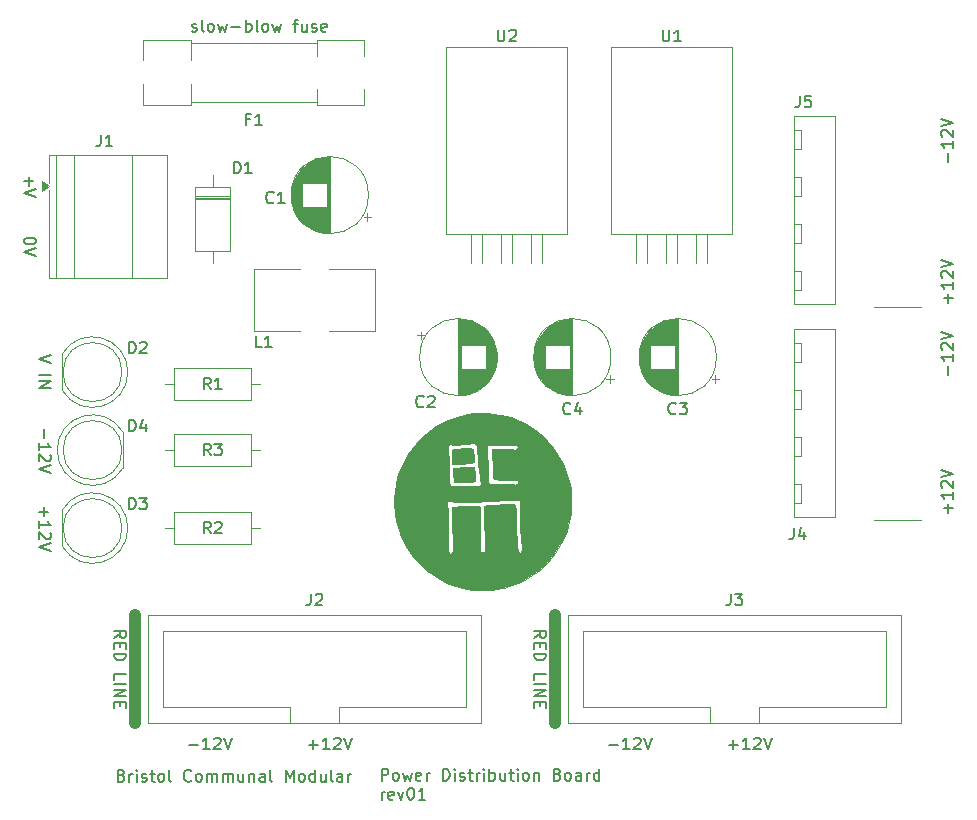
<source format=gto>
%TF.GenerationSoftware,KiCad,Pcbnew,9.0.3*%
%TF.CreationDate,2025-08-01T18:14:25+01:00*%
%TF.ProjectId,bcm-power-supply,62636d2d-706f-4776-9572-2d737570706c,rev01*%
%TF.SameCoordinates,Original*%
%TF.FileFunction,Legend,Top*%
%TF.FilePolarity,Positive*%
%FSLAX46Y46*%
G04 Gerber Fmt 4.6, Leading zero omitted, Abs format (unit mm)*
G04 Created by KiCad (PCBNEW 9.0.3) date 2025-08-01 18:14:25*
%MOMM*%
%LPD*%
G01*
G04 APERTURE LIST*
%ADD10C,0.150000*%
%ADD11C,0.120000*%
%ADD12C,0.010000*%
%ADD13C,1.000000*%
G04 APERTURE END LIST*
D10*
X140281866Y-92185904D02*
X140281866Y-91424000D01*
X140662819Y-90424000D02*
X140662819Y-90995428D01*
X140662819Y-90709714D02*
X139662819Y-90709714D01*
X139662819Y-90709714D02*
X139805676Y-90804952D01*
X139805676Y-90804952D02*
X139900914Y-90900190D01*
X139900914Y-90900190D02*
X139948533Y-90995428D01*
X139758057Y-90043047D02*
X139710438Y-89995428D01*
X139710438Y-89995428D02*
X139662819Y-89900190D01*
X139662819Y-89900190D02*
X139662819Y-89662095D01*
X139662819Y-89662095D02*
X139710438Y-89566857D01*
X139710438Y-89566857D02*
X139758057Y-89519238D01*
X139758057Y-89519238D02*
X139853295Y-89471619D01*
X139853295Y-89471619D02*
X139948533Y-89471619D01*
X139948533Y-89471619D02*
X140091390Y-89519238D01*
X140091390Y-89519238D02*
X140662819Y-90090666D01*
X140662819Y-90090666D02*
X140662819Y-89471619D01*
X139662819Y-89185904D02*
X140662819Y-88852571D01*
X140662819Y-88852571D02*
X139662819Y-88519238D01*
X76235160Y-63068200D02*
X76330398Y-63115819D01*
X76330398Y-63115819D02*
X76520874Y-63115819D01*
X76520874Y-63115819D02*
X76616112Y-63068200D01*
X76616112Y-63068200D02*
X76663731Y-62972961D01*
X76663731Y-62972961D02*
X76663731Y-62925342D01*
X76663731Y-62925342D02*
X76616112Y-62830104D01*
X76616112Y-62830104D02*
X76520874Y-62782485D01*
X76520874Y-62782485D02*
X76378017Y-62782485D01*
X76378017Y-62782485D02*
X76282779Y-62734866D01*
X76282779Y-62734866D02*
X76235160Y-62639628D01*
X76235160Y-62639628D02*
X76235160Y-62592009D01*
X76235160Y-62592009D02*
X76282779Y-62496771D01*
X76282779Y-62496771D02*
X76378017Y-62449152D01*
X76378017Y-62449152D02*
X76520874Y-62449152D01*
X76520874Y-62449152D02*
X76616112Y-62496771D01*
X77235160Y-63115819D02*
X77139922Y-63068200D01*
X77139922Y-63068200D02*
X77092303Y-62972961D01*
X77092303Y-62972961D02*
X77092303Y-62115819D01*
X77758970Y-63115819D02*
X77663732Y-63068200D01*
X77663732Y-63068200D02*
X77616113Y-63020580D01*
X77616113Y-63020580D02*
X77568494Y-62925342D01*
X77568494Y-62925342D02*
X77568494Y-62639628D01*
X77568494Y-62639628D02*
X77616113Y-62544390D01*
X77616113Y-62544390D02*
X77663732Y-62496771D01*
X77663732Y-62496771D02*
X77758970Y-62449152D01*
X77758970Y-62449152D02*
X77901827Y-62449152D01*
X77901827Y-62449152D02*
X77997065Y-62496771D01*
X77997065Y-62496771D02*
X78044684Y-62544390D01*
X78044684Y-62544390D02*
X78092303Y-62639628D01*
X78092303Y-62639628D02*
X78092303Y-62925342D01*
X78092303Y-62925342D02*
X78044684Y-63020580D01*
X78044684Y-63020580D02*
X77997065Y-63068200D01*
X77997065Y-63068200D02*
X77901827Y-63115819D01*
X77901827Y-63115819D02*
X77758970Y-63115819D01*
X78425637Y-62449152D02*
X78616113Y-63115819D01*
X78616113Y-63115819D02*
X78806589Y-62639628D01*
X78806589Y-62639628D02*
X78997065Y-63115819D01*
X78997065Y-63115819D02*
X79187541Y-62449152D01*
X79568494Y-62734866D02*
X80330399Y-62734866D01*
X80806589Y-63115819D02*
X80806589Y-62115819D01*
X80806589Y-62496771D02*
X80901827Y-62449152D01*
X80901827Y-62449152D02*
X81092303Y-62449152D01*
X81092303Y-62449152D02*
X81187541Y-62496771D01*
X81187541Y-62496771D02*
X81235160Y-62544390D01*
X81235160Y-62544390D02*
X81282779Y-62639628D01*
X81282779Y-62639628D02*
X81282779Y-62925342D01*
X81282779Y-62925342D02*
X81235160Y-63020580D01*
X81235160Y-63020580D02*
X81187541Y-63068200D01*
X81187541Y-63068200D02*
X81092303Y-63115819D01*
X81092303Y-63115819D02*
X80901827Y-63115819D01*
X80901827Y-63115819D02*
X80806589Y-63068200D01*
X81854208Y-63115819D02*
X81758970Y-63068200D01*
X81758970Y-63068200D02*
X81711351Y-62972961D01*
X81711351Y-62972961D02*
X81711351Y-62115819D01*
X82378018Y-63115819D02*
X82282780Y-63068200D01*
X82282780Y-63068200D02*
X82235161Y-63020580D01*
X82235161Y-63020580D02*
X82187542Y-62925342D01*
X82187542Y-62925342D02*
X82187542Y-62639628D01*
X82187542Y-62639628D02*
X82235161Y-62544390D01*
X82235161Y-62544390D02*
X82282780Y-62496771D01*
X82282780Y-62496771D02*
X82378018Y-62449152D01*
X82378018Y-62449152D02*
X82520875Y-62449152D01*
X82520875Y-62449152D02*
X82616113Y-62496771D01*
X82616113Y-62496771D02*
X82663732Y-62544390D01*
X82663732Y-62544390D02*
X82711351Y-62639628D01*
X82711351Y-62639628D02*
X82711351Y-62925342D01*
X82711351Y-62925342D02*
X82663732Y-63020580D01*
X82663732Y-63020580D02*
X82616113Y-63068200D01*
X82616113Y-63068200D02*
X82520875Y-63115819D01*
X82520875Y-63115819D02*
X82378018Y-63115819D01*
X83044685Y-62449152D02*
X83235161Y-63115819D01*
X83235161Y-63115819D02*
X83425637Y-62639628D01*
X83425637Y-62639628D02*
X83616113Y-63115819D01*
X83616113Y-63115819D02*
X83806589Y-62449152D01*
X84806590Y-62449152D02*
X85187542Y-62449152D01*
X84949447Y-63115819D02*
X84949447Y-62258676D01*
X84949447Y-62258676D02*
X84997066Y-62163438D01*
X84997066Y-62163438D02*
X85092304Y-62115819D01*
X85092304Y-62115819D02*
X85187542Y-62115819D01*
X85949447Y-62449152D02*
X85949447Y-63115819D01*
X85520876Y-62449152D02*
X85520876Y-62972961D01*
X85520876Y-62972961D02*
X85568495Y-63068200D01*
X85568495Y-63068200D02*
X85663733Y-63115819D01*
X85663733Y-63115819D02*
X85806590Y-63115819D01*
X85806590Y-63115819D02*
X85901828Y-63068200D01*
X85901828Y-63068200D02*
X85949447Y-63020580D01*
X86378019Y-63068200D02*
X86473257Y-63115819D01*
X86473257Y-63115819D02*
X86663733Y-63115819D01*
X86663733Y-63115819D02*
X86758971Y-63068200D01*
X86758971Y-63068200D02*
X86806590Y-62972961D01*
X86806590Y-62972961D02*
X86806590Y-62925342D01*
X86806590Y-62925342D02*
X86758971Y-62830104D01*
X86758971Y-62830104D02*
X86663733Y-62782485D01*
X86663733Y-62782485D02*
X86520876Y-62782485D01*
X86520876Y-62782485D02*
X86425638Y-62734866D01*
X86425638Y-62734866D02*
X86378019Y-62639628D01*
X86378019Y-62639628D02*
X86378019Y-62592009D01*
X86378019Y-62592009D02*
X86425638Y-62496771D01*
X86425638Y-62496771D02*
X86520876Y-62449152D01*
X86520876Y-62449152D02*
X86663733Y-62449152D01*
X86663733Y-62449152D02*
X86758971Y-62496771D01*
X87616114Y-63068200D02*
X87520876Y-63115819D01*
X87520876Y-63115819D02*
X87330400Y-63115819D01*
X87330400Y-63115819D02*
X87235162Y-63068200D01*
X87235162Y-63068200D02*
X87187543Y-62972961D01*
X87187543Y-62972961D02*
X87187543Y-62592009D01*
X87187543Y-62592009D02*
X87235162Y-62496771D01*
X87235162Y-62496771D02*
X87330400Y-62449152D01*
X87330400Y-62449152D02*
X87520876Y-62449152D01*
X87520876Y-62449152D02*
X87616114Y-62496771D01*
X87616114Y-62496771D02*
X87663733Y-62592009D01*
X87663733Y-62592009D02*
X87663733Y-62687247D01*
X87663733Y-62687247D02*
X87187543Y-62782485D01*
X92284779Y-126529875D02*
X92284779Y-125529875D01*
X92284779Y-125529875D02*
X92665731Y-125529875D01*
X92665731Y-125529875D02*
X92760969Y-125577494D01*
X92760969Y-125577494D02*
X92808588Y-125625113D01*
X92808588Y-125625113D02*
X92856207Y-125720351D01*
X92856207Y-125720351D02*
X92856207Y-125863208D01*
X92856207Y-125863208D02*
X92808588Y-125958446D01*
X92808588Y-125958446D02*
X92760969Y-126006065D01*
X92760969Y-126006065D02*
X92665731Y-126053684D01*
X92665731Y-126053684D02*
X92284779Y-126053684D01*
X93427636Y-126529875D02*
X93332398Y-126482256D01*
X93332398Y-126482256D02*
X93284779Y-126434636D01*
X93284779Y-126434636D02*
X93237160Y-126339398D01*
X93237160Y-126339398D02*
X93237160Y-126053684D01*
X93237160Y-126053684D02*
X93284779Y-125958446D01*
X93284779Y-125958446D02*
X93332398Y-125910827D01*
X93332398Y-125910827D02*
X93427636Y-125863208D01*
X93427636Y-125863208D02*
X93570493Y-125863208D01*
X93570493Y-125863208D02*
X93665731Y-125910827D01*
X93665731Y-125910827D02*
X93713350Y-125958446D01*
X93713350Y-125958446D02*
X93760969Y-126053684D01*
X93760969Y-126053684D02*
X93760969Y-126339398D01*
X93760969Y-126339398D02*
X93713350Y-126434636D01*
X93713350Y-126434636D02*
X93665731Y-126482256D01*
X93665731Y-126482256D02*
X93570493Y-126529875D01*
X93570493Y-126529875D02*
X93427636Y-126529875D01*
X94094303Y-125863208D02*
X94284779Y-126529875D01*
X94284779Y-126529875D02*
X94475255Y-126053684D01*
X94475255Y-126053684D02*
X94665731Y-126529875D01*
X94665731Y-126529875D02*
X94856207Y-125863208D01*
X95618112Y-126482256D02*
X95522874Y-126529875D01*
X95522874Y-126529875D02*
X95332398Y-126529875D01*
X95332398Y-126529875D02*
X95237160Y-126482256D01*
X95237160Y-126482256D02*
X95189541Y-126387017D01*
X95189541Y-126387017D02*
X95189541Y-126006065D01*
X95189541Y-126006065D02*
X95237160Y-125910827D01*
X95237160Y-125910827D02*
X95332398Y-125863208D01*
X95332398Y-125863208D02*
X95522874Y-125863208D01*
X95522874Y-125863208D02*
X95618112Y-125910827D01*
X95618112Y-125910827D02*
X95665731Y-126006065D01*
X95665731Y-126006065D02*
X95665731Y-126101303D01*
X95665731Y-126101303D02*
X95189541Y-126196541D01*
X96094303Y-126529875D02*
X96094303Y-125863208D01*
X96094303Y-126053684D02*
X96141922Y-125958446D01*
X96141922Y-125958446D02*
X96189541Y-125910827D01*
X96189541Y-125910827D02*
X96284779Y-125863208D01*
X96284779Y-125863208D02*
X96380017Y-125863208D01*
X97475256Y-126529875D02*
X97475256Y-125529875D01*
X97475256Y-125529875D02*
X97713351Y-125529875D01*
X97713351Y-125529875D02*
X97856208Y-125577494D01*
X97856208Y-125577494D02*
X97951446Y-125672732D01*
X97951446Y-125672732D02*
X97999065Y-125767970D01*
X97999065Y-125767970D02*
X98046684Y-125958446D01*
X98046684Y-125958446D02*
X98046684Y-126101303D01*
X98046684Y-126101303D02*
X97999065Y-126291779D01*
X97999065Y-126291779D02*
X97951446Y-126387017D01*
X97951446Y-126387017D02*
X97856208Y-126482256D01*
X97856208Y-126482256D02*
X97713351Y-126529875D01*
X97713351Y-126529875D02*
X97475256Y-126529875D01*
X98475256Y-126529875D02*
X98475256Y-125863208D01*
X98475256Y-125529875D02*
X98427637Y-125577494D01*
X98427637Y-125577494D02*
X98475256Y-125625113D01*
X98475256Y-125625113D02*
X98522875Y-125577494D01*
X98522875Y-125577494D02*
X98475256Y-125529875D01*
X98475256Y-125529875D02*
X98475256Y-125625113D01*
X98903827Y-126482256D02*
X98999065Y-126529875D01*
X98999065Y-126529875D02*
X99189541Y-126529875D01*
X99189541Y-126529875D02*
X99284779Y-126482256D01*
X99284779Y-126482256D02*
X99332398Y-126387017D01*
X99332398Y-126387017D02*
X99332398Y-126339398D01*
X99332398Y-126339398D02*
X99284779Y-126244160D01*
X99284779Y-126244160D02*
X99189541Y-126196541D01*
X99189541Y-126196541D02*
X99046684Y-126196541D01*
X99046684Y-126196541D02*
X98951446Y-126148922D01*
X98951446Y-126148922D02*
X98903827Y-126053684D01*
X98903827Y-126053684D02*
X98903827Y-126006065D01*
X98903827Y-126006065D02*
X98951446Y-125910827D01*
X98951446Y-125910827D02*
X99046684Y-125863208D01*
X99046684Y-125863208D02*
X99189541Y-125863208D01*
X99189541Y-125863208D02*
X99284779Y-125910827D01*
X99618113Y-125863208D02*
X99999065Y-125863208D01*
X99760970Y-125529875D02*
X99760970Y-126387017D01*
X99760970Y-126387017D02*
X99808589Y-126482256D01*
X99808589Y-126482256D02*
X99903827Y-126529875D01*
X99903827Y-126529875D02*
X99999065Y-126529875D01*
X100332399Y-126529875D02*
X100332399Y-125863208D01*
X100332399Y-126053684D02*
X100380018Y-125958446D01*
X100380018Y-125958446D02*
X100427637Y-125910827D01*
X100427637Y-125910827D02*
X100522875Y-125863208D01*
X100522875Y-125863208D02*
X100618113Y-125863208D01*
X100951447Y-126529875D02*
X100951447Y-125863208D01*
X100951447Y-125529875D02*
X100903828Y-125577494D01*
X100903828Y-125577494D02*
X100951447Y-125625113D01*
X100951447Y-125625113D02*
X100999066Y-125577494D01*
X100999066Y-125577494D02*
X100951447Y-125529875D01*
X100951447Y-125529875D02*
X100951447Y-125625113D01*
X101427637Y-126529875D02*
X101427637Y-125529875D01*
X101427637Y-125910827D02*
X101522875Y-125863208D01*
X101522875Y-125863208D02*
X101713351Y-125863208D01*
X101713351Y-125863208D02*
X101808589Y-125910827D01*
X101808589Y-125910827D02*
X101856208Y-125958446D01*
X101856208Y-125958446D02*
X101903827Y-126053684D01*
X101903827Y-126053684D02*
X101903827Y-126339398D01*
X101903827Y-126339398D02*
X101856208Y-126434636D01*
X101856208Y-126434636D02*
X101808589Y-126482256D01*
X101808589Y-126482256D02*
X101713351Y-126529875D01*
X101713351Y-126529875D02*
X101522875Y-126529875D01*
X101522875Y-126529875D02*
X101427637Y-126482256D01*
X102760970Y-125863208D02*
X102760970Y-126529875D01*
X102332399Y-125863208D02*
X102332399Y-126387017D01*
X102332399Y-126387017D02*
X102380018Y-126482256D01*
X102380018Y-126482256D02*
X102475256Y-126529875D01*
X102475256Y-126529875D02*
X102618113Y-126529875D01*
X102618113Y-126529875D02*
X102713351Y-126482256D01*
X102713351Y-126482256D02*
X102760970Y-126434636D01*
X103094304Y-125863208D02*
X103475256Y-125863208D01*
X103237161Y-125529875D02*
X103237161Y-126387017D01*
X103237161Y-126387017D02*
X103284780Y-126482256D01*
X103284780Y-126482256D02*
X103380018Y-126529875D01*
X103380018Y-126529875D02*
X103475256Y-126529875D01*
X103808590Y-126529875D02*
X103808590Y-125863208D01*
X103808590Y-125529875D02*
X103760971Y-125577494D01*
X103760971Y-125577494D02*
X103808590Y-125625113D01*
X103808590Y-125625113D02*
X103856209Y-125577494D01*
X103856209Y-125577494D02*
X103808590Y-125529875D01*
X103808590Y-125529875D02*
X103808590Y-125625113D01*
X104427637Y-126529875D02*
X104332399Y-126482256D01*
X104332399Y-126482256D02*
X104284780Y-126434636D01*
X104284780Y-126434636D02*
X104237161Y-126339398D01*
X104237161Y-126339398D02*
X104237161Y-126053684D01*
X104237161Y-126053684D02*
X104284780Y-125958446D01*
X104284780Y-125958446D02*
X104332399Y-125910827D01*
X104332399Y-125910827D02*
X104427637Y-125863208D01*
X104427637Y-125863208D02*
X104570494Y-125863208D01*
X104570494Y-125863208D02*
X104665732Y-125910827D01*
X104665732Y-125910827D02*
X104713351Y-125958446D01*
X104713351Y-125958446D02*
X104760970Y-126053684D01*
X104760970Y-126053684D02*
X104760970Y-126339398D01*
X104760970Y-126339398D02*
X104713351Y-126434636D01*
X104713351Y-126434636D02*
X104665732Y-126482256D01*
X104665732Y-126482256D02*
X104570494Y-126529875D01*
X104570494Y-126529875D02*
X104427637Y-126529875D01*
X105189542Y-125863208D02*
X105189542Y-126529875D01*
X105189542Y-125958446D02*
X105237161Y-125910827D01*
X105237161Y-125910827D02*
X105332399Y-125863208D01*
X105332399Y-125863208D02*
X105475256Y-125863208D01*
X105475256Y-125863208D02*
X105570494Y-125910827D01*
X105570494Y-125910827D02*
X105618113Y-126006065D01*
X105618113Y-126006065D02*
X105618113Y-126529875D01*
X107189542Y-126006065D02*
X107332399Y-126053684D01*
X107332399Y-126053684D02*
X107380018Y-126101303D01*
X107380018Y-126101303D02*
X107427637Y-126196541D01*
X107427637Y-126196541D02*
X107427637Y-126339398D01*
X107427637Y-126339398D02*
X107380018Y-126434636D01*
X107380018Y-126434636D02*
X107332399Y-126482256D01*
X107332399Y-126482256D02*
X107237161Y-126529875D01*
X107237161Y-126529875D02*
X106856209Y-126529875D01*
X106856209Y-126529875D02*
X106856209Y-125529875D01*
X106856209Y-125529875D02*
X107189542Y-125529875D01*
X107189542Y-125529875D02*
X107284780Y-125577494D01*
X107284780Y-125577494D02*
X107332399Y-125625113D01*
X107332399Y-125625113D02*
X107380018Y-125720351D01*
X107380018Y-125720351D02*
X107380018Y-125815589D01*
X107380018Y-125815589D02*
X107332399Y-125910827D01*
X107332399Y-125910827D02*
X107284780Y-125958446D01*
X107284780Y-125958446D02*
X107189542Y-126006065D01*
X107189542Y-126006065D02*
X106856209Y-126006065D01*
X107999066Y-126529875D02*
X107903828Y-126482256D01*
X107903828Y-126482256D02*
X107856209Y-126434636D01*
X107856209Y-126434636D02*
X107808590Y-126339398D01*
X107808590Y-126339398D02*
X107808590Y-126053684D01*
X107808590Y-126053684D02*
X107856209Y-125958446D01*
X107856209Y-125958446D02*
X107903828Y-125910827D01*
X107903828Y-125910827D02*
X107999066Y-125863208D01*
X107999066Y-125863208D02*
X108141923Y-125863208D01*
X108141923Y-125863208D02*
X108237161Y-125910827D01*
X108237161Y-125910827D02*
X108284780Y-125958446D01*
X108284780Y-125958446D02*
X108332399Y-126053684D01*
X108332399Y-126053684D02*
X108332399Y-126339398D01*
X108332399Y-126339398D02*
X108284780Y-126434636D01*
X108284780Y-126434636D02*
X108237161Y-126482256D01*
X108237161Y-126482256D02*
X108141923Y-126529875D01*
X108141923Y-126529875D02*
X107999066Y-126529875D01*
X109189542Y-126529875D02*
X109189542Y-126006065D01*
X109189542Y-126006065D02*
X109141923Y-125910827D01*
X109141923Y-125910827D02*
X109046685Y-125863208D01*
X109046685Y-125863208D02*
X108856209Y-125863208D01*
X108856209Y-125863208D02*
X108760971Y-125910827D01*
X109189542Y-126482256D02*
X109094304Y-126529875D01*
X109094304Y-126529875D02*
X108856209Y-126529875D01*
X108856209Y-126529875D02*
X108760971Y-126482256D01*
X108760971Y-126482256D02*
X108713352Y-126387017D01*
X108713352Y-126387017D02*
X108713352Y-126291779D01*
X108713352Y-126291779D02*
X108760971Y-126196541D01*
X108760971Y-126196541D02*
X108856209Y-126148922D01*
X108856209Y-126148922D02*
X109094304Y-126148922D01*
X109094304Y-126148922D02*
X109189542Y-126101303D01*
X109665733Y-126529875D02*
X109665733Y-125863208D01*
X109665733Y-126053684D02*
X109713352Y-125958446D01*
X109713352Y-125958446D02*
X109760971Y-125910827D01*
X109760971Y-125910827D02*
X109856209Y-125863208D01*
X109856209Y-125863208D02*
X109951447Y-125863208D01*
X110713352Y-126529875D02*
X110713352Y-125529875D01*
X110713352Y-126482256D02*
X110618114Y-126529875D01*
X110618114Y-126529875D02*
X110427638Y-126529875D01*
X110427638Y-126529875D02*
X110332400Y-126482256D01*
X110332400Y-126482256D02*
X110284781Y-126434636D01*
X110284781Y-126434636D02*
X110237162Y-126339398D01*
X110237162Y-126339398D02*
X110237162Y-126053684D01*
X110237162Y-126053684D02*
X110284781Y-125958446D01*
X110284781Y-125958446D02*
X110332400Y-125910827D01*
X110332400Y-125910827D02*
X110427638Y-125863208D01*
X110427638Y-125863208D02*
X110618114Y-125863208D01*
X110618114Y-125863208D02*
X110713352Y-125910827D01*
X92284779Y-128139819D02*
X92284779Y-127473152D01*
X92284779Y-127663628D02*
X92332398Y-127568390D01*
X92332398Y-127568390D02*
X92380017Y-127520771D01*
X92380017Y-127520771D02*
X92475255Y-127473152D01*
X92475255Y-127473152D02*
X92570493Y-127473152D01*
X93284779Y-128092200D02*
X93189541Y-128139819D01*
X93189541Y-128139819D02*
X92999065Y-128139819D01*
X92999065Y-128139819D02*
X92903827Y-128092200D01*
X92903827Y-128092200D02*
X92856208Y-127996961D01*
X92856208Y-127996961D02*
X92856208Y-127616009D01*
X92856208Y-127616009D02*
X92903827Y-127520771D01*
X92903827Y-127520771D02*
X92999065Y-127473152D01*
X92999065Y-127473152D02*
X93189541Y-127473152D01*
X93189541Y-127473152D02*
X93284779Y-127520771D01*
X93284779Y-127520771D02*
X93332398Y-127616009D01*
X93332398Y-127616009D02*
X93332398Y-127711247D01*
X93332398Y-127711247D02*
X92856208Y-127806485D01*
X93665732Y-127473152D02*
X93903827Y-128139819D01*
X93903827Y-128139819D02*
X94141922Y-127473152D01*
X94713351Y-127139819D02*
X94808589Y-127139819D01*
X94808589Y-127139819D02*
X94903827Y-127187438D01*
X94903827Y-127187438D02*
X94951446Y-127235057D01*
X94951446Y-127235057D02*
X94999065Y-127330295D01*
X94999065Y-127330295D02*
X95046684Y-127520771D01*
X95046684Y-127520771D02*
X95046684Y-127758866D01*
X95046684Y-127758866D02*
X94999065Y-127949342D01*
X94999065Y-127949342D02*
X94951446Y-128044580D01*
X94951446Y-128044580D02*
X94903827Y-128092200D01*
X94903827Y-128092200D02*
X94808589Y-128139819D01*
X94808589Y-128139819D02*
X94713351Y-128139819D01*
X94713351Y-128139819D02*
X94618113Y-128092200D01*
X94618113Y-128092200D02*
X94570494Y-128044580D01*
X94570494Y-128044580D02*
X94522875Y-127949342D01*
X94522875Y-127949342D02*
X94475256Y-127758866D01*
X94475256Y-127758866D02*
X94475256Y-127520771D01*
X94475256Y-127520771D02*
X94522875Y-127330295D01*
X94522875Y-127330295D02*
X94570494Y-127235057D01*
X94570494Y-127235057D02*
X94618113Y-127187438D01*
X94618113Y-127187438D02*
X94713351Y-127139819D01*
X95999065Y-128139819D02*
X95427637Y-128139819D01*
X95713351Y-128139819D02*
X95713351Y-127139819D01*
X95713351Y-127139819D02*
X95618113Y-127282676D01*
X95618113Y-127282676D02*
X95522875Y-127377914D01*
X95522875Y-127377914D02*
X95427637Y-127425533D01*
X63680133Y-96790095D02*
X63680133Y-97552000D01*
X63299180Y-98551999D02*
X63299180Y-97980571D01*
X63299180Y-98266285D02*
X64299180Y-98266285D01*
X64299180Y-98266285D02*
X64156323Y-98171047D01*
X64156323Y-98171047D02*
X64061085Y-98075809D01*
X64061085Y-98075809D02*
X64013466Y-97980571D01*
X64203942Y-98932952D02*
X64251561Y-98980571D01*
X64251561Y-98980571D02*
X64299180Y-99075809D01*
X64299180Y-99075809D02*
X64299180Y-99313904D01*
X64299180Y-99313904D02*
X64251561Y-99409142D01*
X64251561Y-99409142D02*
X64203942Y-99456761D01*
X64203942Y-99456761D02*
X64108704Y-99504380D01*
X64108704Y-99504380D02*
X64013466Y-99504380D01*
X64013466Y-99504380D02*
X63870609Y-99456761D01*
X63870609Y-99456761D02*
X63299180Y-98885333D01*
X63299180Y-98885333D02*
X63299180Y-99504380D01*
X64299180Y-99790095D02*
X63299180Y-100123428D01*
X63299180Y-100123428D02*
X64299180Y-100456761D01*
X63029180Y-80803809D02*
X63029180Y-80899047D01*
X63029180Y-80899047D02*
X62981561Y-80994285D01*
X62981561Y-80994285D02*
X62933942Y-81041904D01*
X62933942Y-81041904D02*
X62838704Y-81089523D01*
X62838704Y-81089523D02*
X62648228Y-81137142D01*
X62648228Y-81137142D02*
X62410133Y-81137142D01*
X62410133Y-81137142D02*
X62219657Y-81089523D01*
X62219657Y-81089523D02*
X62124419Y-81041904D01*
X62124419Y-81041904D02*
X62076800Y-80994285D01*
X62076800Y-80994285D02*
X62029180Y-80899047D01*
X62029180Y-80899047D02*
X62029180Y-80803809D01*
X62029180Y-80803809D02*
X62076800Y-80708571D01*
X62076800Y-80708571D02*
X62124419Y-80660952D01*
X62124419Y-80660952D02*
X62219657Y-80613333D01*
X62219657Y-80613333D02*
X62410133Y-80565714D01*
X62410133Y-80565714D02*
X62648228Y-80565714D01*
X62648228Y-80565714D02*
X62838704Y-80613333D01*
X62838704Y-80613333D02*
X62933942Y-80660952D01*
X62933942Y-80660952D02*
X62981561Y-80708571D01*
X62981561Y-80708571D02*
X63029180Y-80803809D01*
X63029180Y-81422857D02*
X62029180Y-81756190D01*
X62029180Y-81756190D02*
X63029180Y-82089523D01*
X140281866Y-103869904D02*
X140281866Y-103108000D01*
X140662819Y-103488952D02*
X139900914Y-103488952D01*
X140662819Y-102108000D02*
X140662819Y-102679428D01*
X140662819Y-102393714D02*
X139662819Y-102393714D01*
X139662819Y-102393714D02*
X139805676Y-102488952D01*
X139805676Y-102488952D02*
X139900914Y-102584190D01*
X139900914Y-102584190D02*
X139948533Y-102679428D01*
X139758057Y-101727047D02*
X139710438Y-101679428D01*
X139710438Y-101679428D02*
X139662819Y-101584190D01*
X139662819Y-101584190D02*
X139662819Y-101346095D01*
X139662819Y-101346095D02*
X139710438Y-101250857D01*
X139710438Y-101250857D02*
X139758057Y-101203238D01*
X139758057Y-101203238D02*
X139853295Y-101155619D01*
X139853295Y-101155619D02*
X139948533Y-101155619D01*
X139948533Y-101155619D02*
X140091390Y-101203238D01*
X140091390Y-101203238D02*
X140662819Y-101774666D01*
X140662819Y-101774666D02*
X140662819Y-101155619D01*
X139662819Y-100869904D02*
X140662819Y-100536571D01*
X140662819Y-100536571D02*
X139662819Y-100203238D01*
X62410133Y-75390476D02*
X62410133Y-76152381D01*
X62029180Y-75771428D02*
X62791085Y-75771428D01*
X63029180Y-76485714D02*
X62029180Y-76819047D01*
X62029180Y-76819047D02*
X63029180Y-77152380D01*
X64299180Y-90471810D02*
X63299180Y-90805143D01*
X63299180Y-90805143D02*
X64299180Y-91138476D01*
X63299180Y-92233715D02*
X64299180Y-92233715D01*
X63299180Y-92709905D02*
X64299180Y-92709905D01*
X64299180Y-92709905D02*
X63299180Y-93281333D01*
X63299180Y-93281333D02*
X64299180Y-93281333D01*
X140281866Y-86089904D02*
X140281866Y-85328000D01*
X140662819Y-85708952D02*
X139900914Y-85708952D01*
X140662819Y-84328000D02*
X140662819Y-84899428D01*
X140662819Y-84613714D02*
X139662819Y-84613714D01*
X139662819Y-84613714D02*
X139805676Y-84708952D01*
X139805676Y-84708952D02*
X139900914Y-84804190D01*
X139900914Y-84804190D02*
X139948533Y-84899428D01*
X139758057Y-83947047D02*
X139710438Y-83899428D01*
X139710438Y-83899428D02*
X139662819Y-83804190D01*
X139662819Y-83804190D02*
X139662819Y-83566095D01*
X139662819Y-83566095D02*
X139710438Y-83470857D01*
X139710438Y-83470857D02*
X139758057Y-83423238D01*
X139758057Y-83423238D02*
X139853295Y-83375619D01*
X139853295Y-83375619D02*
X139948533Y-83375619D01*
X139948533Y-83375619D02*
X140091390Y-83423238D01*
X140091390Y-83423238D02*
X140662819Y-83994666D01*
X140662819Y-83994666D02*
X140662819Y-83375619D01*
X139662819Y-83089904D02*
X140662819Y-82756571D01*
X140662819Y-82756571D02*
X139662819Y-82423238D01*
X63680133Y-103394095D02*
X63680133Y-104156000D01*
X63299180Y-103775047D02*
X64061085Y-103775047D01*
X63299180Y-105155999D02*
X63299180Y-104584571D01*
X63299180Y-104870285D02*
X64299180Y-104870285D01*
X64299180Y-104870285D02*
X64156323Y-104775047D01*
X64156323Y-104775047D02*
X64061085Y-104679809D01*
X64061085Y-104679809D02*
X64013466Y-104584571D01*
X64203942Y-105536952D02*
X64251561Y-105584571D01*
X64251561Y-105584571D02*
X64299180Y-105679809D01*
X64299180Y-105679809D02*
X64299180Y-105917904D01*
X64299180Y-105917904D02*
X64251561Y-106013142D01*
X64251561Y-106013142D02*
X64203942Y-106060761D01*
X64203942Y-106060761D02*
X64108704Y-106108380D01*
X64108704Y-106108380D02*
X64013466Y-106108380D01*
X64013466Y-106108380D02*
X63870609Y-106060761D01*
X63870609Y-106060761D02*
X63299180Y-105489333D01*
X63299180Y-105489333D02*
X63299180Y-106108380D01*
X64299180Y-106394095D02*
X63299180Y-106727428D01*
X63299180Y-106727428D02*
X64299180Y-107060761D01*
X140281866Y-74151904D02*
X140281866Y-73390000D01*
X140662819Y-72390000D02*
X140662819Y-72961428D01*
X140662819Y-72675714D02*
X139662819Y-72675714D01*
X139662819Y-72675714D02*
X139805676Y-72770952D01*
X139805676Y-72770952D02*
X139900914Y-72866190D01*
X139900914Y-72866190D02*
X139948533Y-72961428D01*
X139758057Y-72009047D02*
X139710438Y-71961428D01*
X139710438Y-71961428D02*
X139662819Y-71866190D01*
X139662819Y-71866190D02*
X139662819Y-71628095D01*
X139662819Y-71628095D02*
X139710438Y-71532857D01*
X139710438Y-71532857D02*
X139758057Y-71485238D01*
X139758057Y-71485238D02*
X139853295Y-71437619D01*
X139853295Y-71437619D02*
X139948533Y-71437619D01*
X139948533Y-71437619D02*
X140091390Y-71485238D01*
X140091390Y-71485238D02*
X140662819Y-72056666D01*
X140662819Y-72056666D02*
X140662819Y-71437619D01*
X139662819Y-71151904D02*
X140662819Y-70818571D01*
X140662819Y-70818571D02*
X139662819Y-70485238D01*
X70266112Y-126092009D02*
X70408969Y-126139628D01*
X70408969Y-126139628D02*
X70456588Y-126187247D01*
X70456588Y-126187247D02*
X70504207Y-126282485D01*
X70504207Y-126282485D02*
X70504207Y-126425342D01*
X70504207Y-126425342D02*
X70456588Y-126520580D01*
X70456588Y-126520580D02*
X70408969Y-126568200D01*
X70408969Y-126568200D02*
X70313731Y-126615819D01*
X70313731Y-126615819D02*
X69932779Y-126615819D01*
X69932779Y-126615819D02*
X69932779Y-125615819D01*
X69932779Y-125615819D02*
X70266112Y-125615819D01*
X70266112Y-125615819D02*
X70361350Y-125663438D01*
X70361350Y-125663438D02*
X70408969Y-125711057D01*
X70408969Y-125711057D02*
X70456588Y-125806295D01*
X70456588Y-125806295D02*
X70456588Y-125901533D01*
X70456588Y-125901533D02*
X70408969Y-125996771D01*
X70408969Y-125996771D02*
X70361350Y-126044390D01*
X70361350Y-126044390D02*
X70266112Y-126092009D01*
X70266112Y-126092009D02*
X69932779Y-126092009D01*
X70932779Y-126615819D02*
X70932779Y-125949152D01*
X70932779Y-126139628D02*
X70980398Y-126044390D01*
X70980398Y-126044390D02*
X71028017Y-125996771D01*
X71028017Y-125996771D02*
X71123255Y-125949152D01*
X71123255Y-125949152D02*
X71218493Y-125949152D01*
X71551827Y-126615819D02*
X71551827Y-125949152D01*
X71551827Y-125615819D02*
X71504208Y-125663438D01*
X71504208Y-125663438D02*
X71551827Y-125711057D01*
X71551827Y-125711057D02*
X71599446Y-125663438D01*
X71599446Y-125663438D02*
X71551827Y-125615819D01*
X71551827Y-125615819D02*
X71551827Y-125711057D01*
X71980398Y-126568200D02*
X72075636Y-126615819D01*
X72075636Y-126615819D02*
X72266112Y-126615819D01*
X72266112Y-126615819D02*
X72361350Y-126568200D01*
X72361350Y-126568200D02*
X72408969Y-126472961D01*
X72408969Y-126472961D02*
X72408969Y-126425342D01*
X72408969Y-126425342D02*
X72361350Y-126330104D01*
X72361350Y-126330104D02*
X72266112Y-126282485D01*
X72266112Y-126282485D02*
X72123255Y-126282485D01*
X72123255Y-126282485D02*
X72028017Y-126234866D01*
X72028017Y-126234866D02*
X71980398Y-126139628D01*
X71980398Y-126139628D02*
X71980398Y-126092009D01*
X71980398Y-126092009D02*
X72028017Y-125996771D01*
X72028017Y-125996771D02*
X72123255Y-125949152D01*
X72123255Y-125949152D02*
X72266112Y-125949152D01*
X72266112Y-125949152D02*
X72361350Y-125996771D01*
X72694684Y-125949152D02*
X73075636Y-125949152D01*
X72837541Y-125615819D02*
X72837541Y-126472961D01*
X72837541Y-126472961D02*
X72885160Y-126568200D01*
X72885160Y-126568200D02*
X72980398Y-126615819D01*
X72980398Y-126615819D02*
X73075636Y-126615819D01*
X73551827Y-126615819D02*
X73456589Y-126568200D01*
X73456589Y-126568200D02*
X73408970Y-126520580D01*
X73408970Y-126520580D02*
X73361351Y-126425342D01*
X73361351Y-126425342D02*
X73361351Y-126139628D01*
X73361351Y-126139628D02*
X73408970Y-126044390D01*
X73408970Y-126044390D02*
X73456589Y-125996771D01*
X73456589Y-125996771D02*
X73551827Y-125949152D01*
X73551827Y-125949152D02*
X73694684Y-125949152D01*
X73694684Y-125949152D02*
X73789922Y-125996771D01*
X73789922Y-125996771D02*
X73837541Y-126044390D01*
X73837541Y-126044390D02*
X73885160Y-126139628D01*
X73885160Y-126139628D02*
X73885160Y-126425342D01*
X73885160Y-126425342D02*
X73837541Y-126520580D01*
X73837541Y-126520580D02*
X73789922Y-126568200D01*
X73789922Y-126568200D02*
X73694684Y-126615819D01*
X73694684Y-126615819D02*
X73551827Y-126615819D01*
X74456589Y-126615819D02*
X74361351Y-126568200D01*
X74361351Y-126568200D02*
X74313732Y-126472961D01*
X74313732Y-126472961D02*
X74313732Y-125615819D01*
X76170875Y-126520580D02*
X76123256Y-126568200D01*
X76123256Y-126568200D02*
X75980399Y-126615819D01*
X75980399Y-126615819D02*
X75885161Y-126615819D01*
X75885161Y-126615819D02*
X75742304Y-126568200D01*
X75742304Y-126568200D02*
X75647066Y-126472961D01*
X75647066Y-126472961D02*
X75599447Y-126377723D01*
X75599447Y-126377723D02*
X75551828Y-126187247D01*
X75551828Y-126187247D02*
X75551828Y-126044390D01*
X75551828Y-126044390D02*
X75599447Y-125853914D01*
X75599447Y-125853914D02*
X75647066Y-125758676D01*
X75647066Y-125758676D02*
X75742304Y-125663438D01*
X75742304Y-125663438D02*
X75885161Y-125615819D01*
X75885161Y-125615819D02*
X75980399Y-125615819D01*
X75980399Y-125615819D02*
X76123256Y-125663438D01*
X76123256Y-125663438D02*
X76170875Y-125711057D01*
X76742304Y-126615819D02*
X76647066Y-126568200D01*
X76647066Y-126568200D02*
X76599447Y-126520580D01*
X76599447Y-126520580D02*
X76551828Y-126425342D01*
X76551828Y-126425342D02*
X76551828Y-126139628D01*
X76551828Y-126139628D02*
X76599447Y-126044390D01*
X76599447Y-126044390D02*
X76647066Y-125996771D01*
X76647066Y-125996771D02*
X76742304Y-125949152D01*
X76742304Y-125949152D02*
X76885161Y-125949152D01*
X76885161Y-125949152D02*
X76980399Y-125996771D01*
X76980399Y-125996771D02*
X77028018Y-126044390D01*
X77028018Y-126044390D02*
X77075637Y-126139628D01*
X77075637Y-126139628D02*
X77075637Y-126425342D01*
X77075637Y-126425342D02*
X77028018Y-126520580D01*
X77028018Y-126520580D02*
X76980399Y-126568200D01*
X76980399Y-126568200D02*
X76885161Y-126615819D01*
X76885161Y-126615819D02*
X76742304Y-126615819D01*
X77504209Y-126615819D02*
X77504209Y-125949152D01*
X77504209Y-126044390D02*
X77551828Y-125996771D01*
X77551828Y-125996771D02*
X77647066Y-125949152D01*
X77647066Y-125949152D02*
X77789923Y-125949152D01*
X77789923Y-125949152D02*
X77885161Y-125996771D01*
X77885161Y-125996771D02*
X77932780Y-126092009D01*
X77932780Y-126092009D02*
X77932780Y-126615819D01*
X77932780Y-126092009D02*
X77980399Y-125996771D01*
X77980399Y-125996771D02*
X78075637Y-125949152D01*
X78075637Y-125949152D02*
X78218494Y-125949152D01*
X78218494Y-125949152D02*
X78313733Y-125996771D01*
X78313733Y-125996771D02*
X78361352Y-126092009D01*
X78361352Y-126092009D02*
X78361352Y-126615819D01*
X78837542Y-126615819D02*
X78837542Y-125949152D01*
X78837542Y-126044390D02*
X78885161Y-125996771D01*
X78885161Y-125996771D02*
X78980399Y-125949152D01*
X78980399Y-125949152D02*
X79123256Y-125949152D01*
X79123256Y-125949152D02*
X79218494Y-125996771D01*
X79218494Y-125996771D02*
X79266113Y-126092009D01*
X79266113Y-126092009D02*
X79266113Y-126615819D01*
X79266113Y-126092009D02*
X79313732Y-125996771D01*
X79313732Y-125996771D02*
X79408970Y-125949152D01*
X79408970Y-125949152D02*
X79551827Y-125949152D01*
X79551827Y-125949152D02*
X79647066Y-125996771D01*
X79647066Y-125996771D02*
X79694685Y-126092009D01*
X79694685Y-126092009D02*
X79694685Y-126615819D01*
X80599446Y-125949152D02*
X80599446Y-126615819D01*
X80170875Y-125949152D02*
X80170875Y-126472961D01*
X80170875Y-126472961D02*
X80218494Y-126568200D01*
X80218494Y-126568200D02*
X80313732Y-126615819D01*
X80313732Y-126615819D02*
X80456589Y-126615819D01*
X80456589Y-126615819D02*
X80551827Y-126568200D01*
X80551827Y-126568200D02*
X80599446Y-126520580D01*
X81075637Y-125949152D02*
X81075637Y-126615819D01*
X81075637Y-126044390D02*
X81123256Y-125996771D01*
X81123256Y-125996771D02*
X81218494Y-125949152D01*
X81218494Y-125949152D02*
X81361351Y-125949152D01*
X81361351Y-125949152D02*
X81456589Y-125996771D01*
X81456589Y-125996771D02*
X81504208Y-126092009D01*
X81504208Y-126092009D02*
X81504208Y-126615819D01*
X82408970Y-126615819D02*
X82408970Y-126092009D01*
X82408970Y-126092009D02*
X82361351Y-125996771D01*
X82361351Y-125996771D02*
X82266113Y-125949152D01*
X82266113Y-125949152D02*
X82075637Y-125949152D01*
X82075637Y-125949152D02*
X81980399Y-125996771D01*
X82408970Y-126568200D02*
X82313732Y-126615819D01*
X82313732Y-126615819D02*
X82075637Y-126615819D01*
X82075637Y-126615819D02*
X81980399Y-126568200D01*
X81980399Y-126568200D02*
X81932780Y-126472961D01*
X81932780Y-126472961D02*
X81932780Y-126377723D01*
X81932780Y-126377723D02*
X81980399Y-126282485D01*
X81980399Y-126282485D02*
X82075637Y-126234866D01*
X82075637Y-126234866D02*
X82313732Y-126234866D01*
X82313732Y-126234866D02*
X82408970Y-126187247D01*
X83028018Y-126615819D02*
X82932780Y-126568200D01*
X82932780Y-126568200D02*
X82885161Y-126472961D01*
X82885161Y-126472961D02*
X82885161Y-125615819D01*
X84170876Y-126615819D02*
X84170876Y-125615819D01*
X84170876Y-125615819D02*
X84504209Y-126330104D01*
X84504209Y-126330104D02*
X84837542Y-125615819D01*
X84837542Y-125615819D02*
X84837542Y-126615819D01*
X85456590Y-126615819D02*
X85361352Y-126568200D01*
X85361352Y-126568200D02*
X85313733Y-126520580D01*
X85313733Y-126520580D02*
X85266114Y-126425342D01*
X85266114Y-126425342D02*
X85266114Y-126139628D01*
X85266114Y-126139628D02*
X85313733Y-126044390D01*
X85313733Y-126044390D02*
X85361352Y-125996771D01*
X85361352Y-125996771D02*
X85456590Y-125949152D01*
X85456590Y-125949152D02*
X85599447Y-125949152D01*
X85599447Y-125949152D02*
X85694685Y-125996771D01*
X85694685Y-125996771D02*
X85742304Y-126044390D01*
X85742304Y-126044390D02*
X85789923Y-126139628D01*
X85789923Y-126139628D02*
X85789923Y-126425342D01*
X85789923Y-126425342D02*
X85742304Y-126520580D01*
X85742304Y-126520580D02*
X85694685Y-126568200D01*
X85694685Y-126568200D02*
X85599447Y-126615819D01*
X85599447Y-126615819D02*
X85456590Y-126615819D01*
X86647066Y-126615819D02*
X86647066Y-125615819D01*
X86647066Y-126568200D02*
X86551828Y-126615819D01*
X86551828Y-126615819D02*
X86361352Y-126615819D01*
X86361352Y-126615819D02*
X86266114Y-126568200D01*
X86266114Y-126568200D02*
X86218495Y-126520580D01*
X86218495Y-126520580D02*
X86170876Y-126425342D01*
X86170876Y-126425342D02*
X86170876Y-126139628D01*
X86170876Y-126139628D02*
X86218495Y-126044390D01*
X86218495Y-126044390D02*
X86266114Y-125996771D01*
X86266114Y-125996771D02*
X86361352Y-125949152D01*
X86361352Y-125949152D02*
X86551828Y-125949152D01*
X86551828Y-125949152D02*
X86647066Y-125996771D01*
X87551828Y-125949152D02*
X87551828Y-126615819D01*
X87123257Y-125949152D02*
X87123257Y-126472961D01*
X87123257Y-126472961D02*
X87170876Y-126568200D01*
X87170876Y-126568200D02*
X87266114Y-126615819D01*
X87266114Y-126615819D02*
X87408971Y-126615819D01*
X87408971Y-126615819D02*
X87504209Y-126568200D01*
X87504209Y-126568200D02*
X87551828Y-126520580D01*
X88170876Y-126615819D02*
X88075638Y-126568200D01*
X88075638Y-126568200D02*
X88028019Y-126472961D01*
X88028019Y-126472961D02*
X88028019Y-125615819D01*
X88980400Y-126615819D02*
X88980400Y-126092009D01*
X88980400Y-126092009D02*
X88932781Y-125996771D01*
X88932781Y-125996771D02*
X88837543Y-125949152D01*
X88837543Y-125949152D02*
X88647067Y-125949152D01*
X88647067Y-125949152D02*
X88551829Y-125996771D01*
X88980400Y-126568200D02*
X88885162Y-126615819D01*
X88885162Y-126615819D02*
X88647067Y-126615819D01*
X88647067Y-126615819D02*
X88551829Y-126568200D01*
X88551829Y-126568200D02*
X88504210Y-126472961D01*
X88504210Y-126472961D02*
X88504210Y-126377723D01*
X88504210Y-126377723D02*
X88551829Y-126282485D01*
X88551829Y-126282485D02*
X88647067Y-126234866D01*
X88647067Y-126234866D02*
X88885162Y-126234866D01*
X88885162Y-126234866D02*
X88980400Y-126187247D01*
X89456591Y-126615819D02*
X89456591Y-125949152D01*
X89456591Y-126139628D02*
X89504210Y-126044390D01*
X89504210Y-126044390D02*
X89551829Y-125996771D01*
X89551829Y-125996771D02*
X89647067Y-125949152D01*
X89647067Y-125949152D02*
X89742305Y-125949152D01*
X77811333Y-99006819D02*
X77478000Y-98530628D01*
X77239905Y-99006819D02*
X77239905Y-98006819D01*
X77239905Y-98006819D02*
X77620857Y-98006819D01*
X77620857Y-98006819D02*
X77716095Y-98054438D01*
X77716095Y-98054438D02*
X77763714Y-98102057D01*
X77763714Y-98102057D02*
X77811333Y-98197295D01*
X77811333Y-98197295D02*
X77811333Y-98340152D01*
X77811333Y-98340152D02*
X77763714Y-98435390D01*
X77763714Y-98435390D02*
X77716095Y-98483009D01*
X77716095Y-98483009D02*
X77620857Y-98530628D01*
X77620857Y-98530628D02*
X77239905Y-98530628D01*
X78144667Y-98006819D02*
X78763714Y-98006819D01*
X78763714Y-98006819D02*
X78430381Y-98387771D01*
X78430381Y-98387771D02*
X78573238Y-98387771D01*
X78573238Y-98387771D02*
X78668476Y-98435390D01*
X78668476Y-98435390D02*
X78716095Y-98483009D01*
X78716095Y-98483009D02*
X78763714Y-98578247D01*
X78763714Y-98578247D02*
X78763714Y-98816342D01*
X78763714Y-98816342D02*
X78716095Y-98911580D01*
X78716095Y-98911580D02*
X78668476Y-98959200D01*
X78668476Y-98959200D02*
X78573238Y-99006819D01*
X78573238Y-99006819D02*
X78287524Y-99006819D01*
X78287524Y-99006819D02*
X78192286Y-98959200D01*
X78192286Y-98959200D02*
X78144667Y-98911580D01*
X81130666Y-70543009D02*
X80797333Y-70543009D01*
X80797333Y-71066819D02*
X80797333Y-70066819D01*
X80797333Y-70066819D02*
X81273523Y-70066819D01*
X82178285Y-71066819D02*
X81606857Y-71066819D01*
X81892571Y-71066819D02*
X81892571Y-70066819D01*
X81892571Y-70066819D02*
X81797333Y-70209676D01*
X81797333Y-70209676D02*
X81702095Y-70304914D01*
X81702095Y-70304914D02*
X81606857Y-70352533D01*
X68500666Y-71844819D02*
X68500666Y-72559104D01*
X68500666Y-72559104D02*
X68453047Y-72701961D01*
X68453047Y-72701961D02*
X68357809Y-72797200D01*
X68357809Y-72797200D02*
X68214952Y-72844819D01*
X68214952Y-72844819D02*
X68119714Y-72844819D01*
X69500666Y-72844819D02*
X68929238Y-72844819D01*
X69214952Y-72844819D02*
X69214952Y-71844819D01*
X69214952Y-71844819D02*
X69119714Y-71987676D01*
X69119714Y-71987676D02*
X69024476Y-72082914D01*
X69024476Y-72082914D02*
X68929238Y-72130533D01*
X70889905Y-103578819D02*
X70889905Y-102578819D01*
X70889905Y-102578819D02*
X71128000Y-102578819D01*
X71128000Y-102578819D02*
X71270857Y-102626438D01*
X71270857Y-102626438D02*
X71366095Y-102721676D01*
X71366095Y-102721676D02*
X71413714Y-102816914D01*
X71413714Y-102816914D02*
X71461333Y-103007390D01*
X71461333Y-103007390D02*
X71461333Y-103150247D01*
X71461333Y-103150247D02*
X71413714Y-103340723D01*
X71413714Y-103340723D02*
X71366095Y-103435961D01*
X71366095Y-103435961D02*
X71270857Y-103531200D01*
X71270857Y-103531200D02*
X71128000Y-103578819D01*
X71128000Y-103578819D02*
X70889905Y-103578819D01*
X71794667Y-102578819D02*
X72413714Y-102578819D01*
X72413714Y-102578819D02*
X72080381Y-102959771D01*
X72080381Y-102959771D02*
X72223238Y-102959771D01*
X72223238Y-102959771D02*
X72318476Y-103007390D01*
X72318476Y-103007390D02*
X72366095Y-103055009D01*
X72366095Y-103055009D02*
X72413714Y-103150247D01*
X72413714Y-103150247D02*
X72413714Y-103388342D01*
X72413714Y-103388342D02*
X72366095Y-103483580D01*
X72366095Y-103483580D02*
X72318476Y-103531200D01*
X72318476Y-103531200D02*
X72223238Y-103578819D01*
X72223238Y-103578819D02*
X71937524Y-103578819D01*
X71937524Y-103578819D02*
X71842286Y-103531200D01*
X71842286Y-103531200D02*
X71794667Y-103483580D01*
X77811333Y-93418819D02*
X77478000Y-92942628D01*
X77239905Y-93418819D02*
X77239905Y-92418819D01*
X77239905Y-92418819D02*
X77620857Y-92418819D01*
X77620857Y-92418819D02*
X77716095Y-92466438D01*
X77716095Y-92466438D02*
X77763714Y-92514057D01*
X77763714Y-92514057D02*
X77811333Y-92609295D01*
X77811333Y-92609295D02*
X77811333Y-92752152D01*
X77811333Y-92752152D02*
X77763714Y-92847390D01*
X77763714Y-92847390D02*
X77716095Y-92895009D01*
X77716095Y-92895009D02*
X77620857Y-92942628D01*
X77620857Y-92942628D02*
X77239905Y-92942628D01*
X78763714Y-93418819D02*
X78192286Y-93418819D01*
X78478000Y-93418819D02*
X78478000Y-92418819D01*
X78478000Y-92418819D02*
X78382762Y-92561676D01*
X78382762Y-92561676D02*
X78287524Y-92656914D01*
X78287524Y-92656914D02*
X78192286Y-92704533D01*
X117201333Y-95437580D02*
X117153714Y-95485200D01*
X117153714Y-95485200D02*
X117010857Y-95532819D01*
X117010857Y-95532819D02*
X116915619Y-95532819D01*
X116915619Y-95532819D02*
X116772762Y-95485200D01*
X116772762Y-95485200D02*
X116677524Y-95389961D01*
X116677524Y-95389961D02*
X116629905Y-95294723D01*
X116629905Y-95294723D02*
X116582286Y-95104247D01*
X116582286Y-95104247D02*
X116582286Y-94961390D01*
X116582286Y-94961390D02*
X116629905Y-94770914D01*
X116629905Y-94770914D02*
X116677524Y-94675676D01*
X116677524Y-94675676D02*
X116772762Y-94580438D01*
X116772762Y-94580438D02*
X116915619Y-94532819D01*
X116915619Y-94532819D02*
X117010857Y-94532819D01*
X117010857Y-94532819D02*
X117153714Y-94580438D01*
X117153714Y-94580438D02*
X117201333Y-94628057D01*
X117534667Y-94532819D02*
X118153714Y-94532819D01*
X118153714Y-94532819D02*
X117820381Y-94913771D01*
X117820381Y-94913771D02*
X117963238Y-94913771D01*
X117963238Y-94913771D02*
X118058476Y-94961390D01*
X118058476Y-94961390D02*
X118106095Y-95009009D01*
X118106095Y-95009009D02*
X118153714Y-95104247D01*
X118153714Y-95104247D02*
X118153714Y-95342342D01*
X118153714Y-95342342D02*
X118106095Y-95437580D01*
X118106095Y-95437580D02*
X118058476Y-95485200D01*
X118058476Y-95485200D02*
X117963238Y-95532819D01*
X117963238Y-95532819D02*
X117677524Y-95532819D01*
X117677524Y-95532819D02*
X117582286Y-95485200D01*
X117582286Y-95485200D02*
X117534667Y-95437580D01*
X82129333Y-89862819D02*
X81653143Y-89862819D01*
X81653143Y-89862819D02*
X81653143Y-88862819D01*
X82986476Y-89862819D02*
X82415048Y-89862819D01*
X82700762Y-89862819D02*
X82700762Y-88862819D01*
X82700762Y-88862819D02*
X82605524Y-89005676D01*
X82605524Y-89005676D02*
X82510286Y-89100914D01*
X82510286Y-89100914D02*
X82415048Y-89148533D01*
X127174666Y-105118819D02*
X127174666Y-105833104D01*
X127174666Y-105833104D02*
X127127047Y-105975961D01*
X127127047Y-105975961D02*
X127031809Y-106071200D01*
X127031809Y-106071200D02*
X126888952Y-106118819D01*
X126888952Y-106118819D02*
X126793714Y-106118819D01*
X128079428Y-105452152D02*
X128079428Y-106118819D01*
X127841333Y-105071200D02*
X127603238Y-105785485D01*
X127603238Y-105785485D02*
X128222285Y-105785485D01*
X127682666Y-68542819D02*
X127682666Y-69257104D01*
X127682666Y-69257104D02*
X127635047Y-69399961D01*
X127635047Y-69399961D02*
X127539809Y-69495200D01*
X127539809Y-69495200D02*
X127396952Y-69542819D01*
X127396952Y-69542819D02*
X127301714Y-69542819D01*
X128635047Y-68542819D02*
X128158857Y-68542819D01*
X128158857Y-68542819D02*
X128111238Y-69019009D01*
X128111238Y-69019009D02*
X128158857Y-68971390D01*
X128158857Y-68971390D02*
X128254095Y-68923771D01*
X128254095Y-68923771D02*
X128492190Y-68923771D01*
X128492190Y-68923771D02*
X128587428Y-68971390D01*
X128587428Y-68971390D02*
X128635047Y-69019009D01*
X128635047Y-69019009D02*
X128682666Y-69114247D01*
X128682666Y-69114247D02*
X128682666Y-69352342D01*
X128682666Y-69352342D02*
X128635047Y-69447580D01*
X128635047Y-69447580D02*
X128587428Y-69495200D01*
X128587428Y-69495200D02*
X128492190Y-69542819D01*
X128492190Y-69542819D02*
X128254095Y-69542819D01*
X128254095Y-69542819D02*
X128158857Y-69495200D01*
X128158857Y-69495200D02*
X128111238Y-69447580D01*
X116078095Y-62954819D02*
X116078095Y-63764342D01*
X116078095Y-63764342D02*
X116125714Y-63859580D01*
X116125714Y-63859580D02*
X116173333Y-63907200D01*
X116173333Y-63907200D02*
X116268571Y-63954819D01*
X116268571Y-63954819D02*
X116459047Y-63954819D01*
X116459047Y-63954819D02*
X116554285Y-63907200D01*
X116554285Y-63907200D02*
X116601904Y-63859580D01*
X116601904Y-63859580D02*
X116649523Y-63764342D01*
X116649523Y-63764342D02*
X116649523Y-62954819D01*
X117649523Y-63954819D02*
X117078095Y-63954819D01*
X117363809Y-63954819D02*
X117363809Y-62954819D01*
X117363809Y-62954819D02*
X117268571Y-63097676D01*
X117268571Y-63097676D02*
X117173333Y-63192914D01*
X117173333Y-63192914D02*
X117078095Y-63240533D01*
X77811333Y-105610819D02*
X77478000Y-105134628D01*
X77239905Y-105610819D02*
X77239905Y-104610819D01*
X77239905Y-104610819D02*
X77620857Y-104610819D01*
X77620857Y-104610819D02*
X77716095Y-104658438D01*
X77716095Y-104658438D02*
X77763714Y-104706057D01*
X77763714Y-104706057D02*
X77811333Y-104801295D01*
X77811333Y-104801295D02*
X77811333Y-104944152D01*
X77811333Y-104944152D02*
X77763714Y-105039390D01*
X77763714Y-105039390D02*
X77716095Y-105087009D01*
X77716095Y-105087009D02*
X77620857Y-105134628D01*
X77620857Y-105134628D02*
X77239905Y-105134628D01*
X78192286Y-104706057D02*
X78239905Y-104658438D01*
X78239905Y-104658438D02*
X78335143Y-104610819D01*
X78335143Y-104610819D02*
X78573238Y-104610819D01*
X78573238Y-104610819D02*
X78668476Y-104658438D01*
X78668476Y-104658438D02*
X78716095Y-104706057D01*
X78716095Y-104706057D02*
X78763714Y-104801295D01*
X78763714Y-104801295D02*
X78763714Y-104896533D01*
X78763714Y-104896533D02*
X78716095Y-105039390D01*
X78716095Y-105039390D02*
X78144667Y-105610819D01*
X78144667Y-105610819D02*
X78763714Y-105610819D01*
X95845333Y-94847580D02*
X95797714Y-94895200D01*
X95797714Y-94895200D02*
X95654857Y-94942819D01*
X95654857Y-94942819D02*
X95559619Y-94942819D01*
X95559619Y-94942819D02*
X95416762Y-94895200D01*
X95416762Y-94895200D02*
X95321524Y-94799961D01*
X95321524Y-94799961D02*
X95273905Y-94704723D01*
X95273905Y-94704723D02*
X95226286Y-94514247D01*
X95226286Y-94514247D02*
X95226286Y-94371390D01*
X95226286Y-94371390D02*
X95273905Y-94180914D01*
X95273905Y-94180914D02*
X95321524Y-94085676D01*
X95321524Y-94085676D02*
X95416762Y-93990438D01*
X95416762Y-93990438D02*
X95559619Y-93942819D01*
X95559619Y-93942819D02*
X95654857Y-93942819D01*
X95654857Y-93942819D02*
X95797714Y-93990438D01*
X95797714Y-93990438D02*
X95845333Y-94038057D01*
X96226286Y-94038057D02*
X96273905Y-93990438D01*
X96273905Y-93990438D02*
X96369143Y-93942819D01*
X96369143Y-93942819D02*
X96607238Y-93942819D01*
X96607238Y-93942819D02*
X96702476Y-93990438D01*
X96702476Y-93990438D02*
X96750095Y-94038057D01*
X96750095Y-94038057D02*
X96797714Y-94133295D01*
X96797714Y-94133295D02*
X96797714Y-94228533D01*
X96797714Y-94228533D02*
X96750095Y-94371390D01*
X96750095Y-94371390D02*
X96178667Y-94942819D01*
X96178667Y-94942819D02*
X96797714Y-94942819D01*
X86280666Y-110706819D02*
X86280666Y-111421104D01*
X86280666Y-111421104D02*
X86233047Y-111563961D01*
X86233047Y-111563961D02*
X86137809Y-111659200D01*
X86137809Y-111659200D02*
X85994952Y-111706819D01*
X85994952Y-111706819D02*
X85899714Y-111706819D01*
X86709238Y-110802057D02*
X86756857Y-110754438D01*
X86756857Y-110754438D02*
X86852095Y-110706819D01*
X86852095Y-110706819D02*
X87090190Y-110706819D01*
X87090190Y-110706819D02*
X87185428Y-110754438D01*
X87185428Y-110754438D02*
X87233047Y-110802057D01*
X87233047Y-110802057D02*
X87280666Y-110897295D01*
X87280666Y-110897295D02*
X87280666Y-110992533D01*
X87280666Y-110992533D02*
X87233047Y-111135390D01*
X87233047Y-111135390D02*
X86661619Y-111706819D01*
X86661619Y-111706819D02*
X87280666Y-111706819D01*
X86122095Y-123517866D02*
X86884000Y-123517866D01*
X86503047Y-123898819D02*
X86503047Y-123136914D01*
X87883999Y-123898819D02*
X87312571Y-123898819D01*
X87598285Y-123898819D02*
X87598285Y-122898819D01*
X87598285Y-122898819D02*
X87503047Y-123041676D01*
X87503047Y-123041676D02*
X87407809Y-123136914D01*
X87407809Y-123136914D02*
X87312571Y-123184533D01*
X88264952Y-122994057D02*
X88312571Y-122946438D01*
X88312571Y-122946438D02*
X88407809Y-122898819D01*
X88407809Y-122898819D02*
X88645904Y-122898819D01*
X88645904Y-122898819D02*
X88741142Y-122946438D01*
X88741142Y-122946438D02*
X88788761Y-122994057D01*
X88788761Y-122994057D02*
X88836380Y-123089295D01*
X88836380Y-123089295D02*
X88836380Y-123184533D01*
X88836380Y-123184533D02*
X88788761Y-123327390D01*
X88788761Y-123327390D02*
X88217333Y-123898819D01*
X88217333Y-123898819D02*
X88836380Y-123898819D01*
X89122095Y-122898819D02*
X89455428Y-123898819D01*
X89455428Y-123898819D02*
X89788761Y-122898819D01*
X69649180Y-114451142D02*
X70125371Y-114117809D01*
X69649180Y-113879714D02*
X70649180Y-113879714D01*
X70649180Y-113879714D02*
X70649180Y-114260666D01*
X70649180Y-114260666D02*
X70601561Y-114355904D01*
X70601561Y-114355904D02*
X70553942Y-114403523D01*
X70553942Y-114403523D02*
X70458704Y-114451142D01*
X70458704Y-114451142D02*
X70315847Y-114451142D01*
X70315847Y-114451142D02*
X70220609Y-114403523D01*
X70220609Y-114403523D02*
X70172990Y-114355904D01*
X70172990Y-114355904D02*
X70125371Y-114260666D01*
X70125371Y-114260666D02*
X70125371Y-113879714D01*
X70172990Y-114879714D02*
X70172990Y-115213047D01*
X69649180Y-115355904D02*
X69649180Y-114879714D01*
X69649180Y-114879714D02*
X70649180Y-114879714D01*
X70649180Y-114879714D02*
X70649180Y-115355904D01*
X69649180Y-115784476D02*
X70649180Y-115784476D01*
X70649180Y-115784476D02*
X70649180Y-116022571D01*
X70649180Y-116022571D02*
X70601561Y-116165428D01*
X70601561Y-116165428D02*
X70506323Y-116260666D01*
X70506323Y-116260666D02*
X70411085Y-116308285D01*
X70411085Y-116308285D02*
X70220609Y-116355904D01*
X70220609Y-116355904D02*
X70077752Y-116355904D01*
X70077752Y-116355904D02*
X69887276Y-116308285D01*
X69887276Y-116308285D02*
X69792038Y-116260666D01*
X69792038Y-116260666D02*
X69696800Y-116165428D01*
X69696800Y-116165428D02*
X69649180Y-116022571D01*
X69649180Y-116022571D02*
X69649180Y-115784476D01*
X69649180Y-118022571D02*
X69649180Y-117546381D01*
X69649180Y-117546381D02*
X70649180Y-117546381D01*
X69649180Y-118355905D02*
X70649180Y-118355905D01*
X69649180Y-118832095D02*
X70649180Y-118832095D01*
X70649180Y-118832095D02*
X69649180Y-119403523D01*
X69649180Y-119403523D02*
X70649180Y-119403523D01*
X70172990Y-119879714D02*
X70172990Y-120213047D01*
X69649180Y-120355904D02*
X69649180Y-119879714D01*
X69649180Y-119879714D02*
X70649180Y-119879714D01*
X70649180Y-119879714D02*
X70649180Y-120355904D01*
X75962095Y-123517866D02*
X76724000Y-123517866D01*
X77723999Y-123898819D02*
X77152571Y-123898819D01*
X77438285Y-123898819D02*
X77438285Y-122898819D01*
X77438285Y-122898819D02*
X77343047Y-123041676D01*
X77343047Y-123041676D02*
X77247809Y-123136914D01*
X77247809Y-123136914D02*
X77152571Y-123184533D01*
X78104952Y-122994057D02*
X78152571Y-122946438D01*
X78152571Y-122946438D02*
X78247809Y-122898819D01*
X78247809Y-122898819D02*
X78485904Y-122898819D01*
X78485904Y-122898819D02*
X78581142Y-122946438D01*
X78581142Y-122946438D02*
X78628761Y-122994057D01*
X78628761Y-122994057D02*
X78676380Y-123089295D01*
X78676380Y-123089295D02*
X78676380Y-123184533D01*
X78676380Y-123184533D02*
X78628761Y-123327390D01*
X78628761Y-123327390D02*
X78057333Y-123898819D01*
X78057333Y-123898819D02*
X78676380Y-123898819D01*
X78962095Y-122898819D02*
X79295428Y-123898819D01*
X79295428Y-123898819D02*
X79628761Y-122898819D01*
X108271333Y-95437580D02*
X108223714Y-95485200D01*
X108223714Y-95485200D02*
X108080857Y-95532819D01*
X108080857Y-95532819D02*
X107985619Y-95532819D01*
X107985619Y-95532819D02*
X107842762Y-95485200D01*
X107842762Y-95485200D02*
X107747524Y-95389961D01*
X107747524Y-95389961D02*
X107699905Y-95294723D01*
X107699905Y-95294723D02*
X107652286Y-95104247D01*
X107652286Y-95104247D02*
X107652286Y-94961390D01*
X107652286Y-94961390D02*
X107699905Y-94770914D01*
X107699905Y-94770914D02*
X107747524Y-94675676D01*
X107747524Y-94675676D02*
X107842762Y-94580438D01*
X107842762Y-94580438D02*
X107985619Y-94532819D01*
X107985619Y-94532819D02*
X108080857Y-94532819D01*
X108080857Y-94532819D02*
X108223714Y-94580438D01*
X108223714Y-94580438D02*
X108271333Y-94628057D01*
X109128476Y-94866152D02*
X109128476Y-95532819D01*
X108890381Y-94485200D02*
X108652286Y-95199485D01*
X108652286Y-95199485D02*
X109271333Y-95199485D01*
X121840666Y-110706819D02*
X121840666Y-111421104D01*
X121840666Y-111421104D02*
X121793047Y-111563961D01*
X121793047Y-111563961D02*
X121697809Y-111659200D01*
X121697809Y-111659200D02*
X121554952Y-111706819D01*
X121554952Y-111706819D02*
X121459714Y-111706819D01*
X122221619Y-110706819D02*
X122840666Y-110706819D01*
X122840666Y-110706819D02*
X122507333Y-111087771D01*
X122507333Y-111087771D02*
X122650190Y-111087771D01*
X122650190Y-111087771D02*
X122745428Y-111135390D01*
X122745428Y-111135390D02*
X122793047Y-111183009D01*
X122793047Y-111183009D02*
X122840666Y-111278247D01*
X122840666Y-111278247D02*
X122840666Y-111516342D01*
X122840666Y-111516342D02*
X122793047Y-111611580D01*
X122793047Y-111611580D02*
X122745428Y-111659200D01*
X122745428Y-111659200D02*
X122650190Y-111706819D01*
X122650190Y-111706819D02*
X122364476Y-111706819D01*
X122364476Y-111706819D02*
X122269238Y-111659200D01*
X122269238Y-111659200D02*
X122221619Y-111611580D01*
X105209180Y-114451142D02*
X105685371Y-114117809D01*
X105209180Y-113879714D02*
X106209180Y-113879714D01*
X106209180Y-113879714D02*
X106209180Y-114260666D01*
X106209180Y-114260666D02*
X106161561Y-114355904D01*
X106161561Y-114355904D02*
X106113942Y-114403523D01*
X106113942Y-114403523D02*
X106018704Y-114451142D01*
X106018704Y-114451142D02*
X105875847Y-114451142D01*
X105875847Y-114451142D02*
X105780609Y-114403523D01*
X105780609Y-114403523D02*
X105732990Y-114355904D01*
X105732990Y-114355904D02*
X105685371Y-114260666D01*
X105685371Y-114260666D02*
X105685371Y-113879714D01*
X105732990Y-114879714D02*
X105732990Y-115213047D01*
X105209180Y-115355904D02*
X105209180Y-114879714D01*
X105209180Y-114879714D02*
X106209180Y-114879714D01*
X106209180Y-114879714D02*
X106209180Y-115355904D01*
X105209180Y-115784476D02*
X106209180Y-115784476D01*
X106209180Y-115784476D02*
X106209180Y-116022571D01*
X106209180Y-116022571D02*
X106161561Y-116165428D01*
X106161561Y-116165428D02*
X106066323Y-116260666D01*
X106066323Y-116260666D02*
X105971085Y-116308285D01*
X105971085Y-116308285D02*
X105780609Y-116355904D01*
X105780609Y-116355904D02*
X105637752Y-116355904D01*
X105637752Y-116355904D02*
X105447276Y-116308285D01*
X105447276Y-116308285D02*
X105352038Y-116260666D01*
X105352038Y-116260666D02*
X105256800Y-116165428D01*
X105256800Y-116165428D02*
X105209180Y-116022571D01*
X105209180Y-116022571D02*
X105209180Y-115784476D01*
X105209180Y-118022571D02*
X105209180Y-117546381D01*
X105209180Y-117546381D02*
X106209180Y-117546381D01*
X105209180Y-118355905D02*
X106209180Y-118355905D01*
X105209180Y-118832095D02*
X106209180Y-118832095D01*
X106209180Y-118832095D02*
X105209180Y-119403523D01*
X105209180Y-119403523D02*
X106209180Y-119403523D01*
X105732990Y-119879714D02*
X105732990Y-120213047D01*
X105209180Y-120355904D02*
X105209180Y-119879714D01*
X105209180Y-119879714D02*
X106209180Y-119879714D01*
X106209180Y-119879714D02*
X106209180Y-120355904D01*
X111522095Y-123517866D02*
X112284000Y-123517866D01*
X113283999Y-123898819D02*
X112712571Y-123898819D01*
X112998285Y-123898819D02*
X112998285Y-122898819D01*
X112998285Y-122898819D02*
X112903047Y-123041676D01*
X112903047Y-123041676D02*
X112807809Y-123136914D01*
X112807809Y-123136914D02*
X112712571Y-123184533D01*
X113664952Y-122994057D02*
X113712571Y-122946438D01*
X113712571Y-122946438D02*
X113807809Y-122898819D01*
X113807809Y-122898819D02*
X114045904Y-122898819D01*
X114045904Y-122898819D02*
X114141142Y-122946438D01*
X114141142Y-122946438D02*
X114188761Y-122994057D01*
X114188761Y-122994057D02*
X114236380Y-123089295D01*
X114236380Y-123089295D02*
X114236380Y-123184533D01*
X114236380Y-123184533D02*
X114188761Y-123327390D01*
X114188761Y-123327390D02*
X113617333Y-123898819D01*
X113617333Y-123898819D02*
X114236380Y-123898819D01*
X114522095Y-122898819D02*
X114855428Y-123898819D01*
X114855428Y-123898819D02*
X115188761Y-122898819D01*
X121682095Y-123517866D02*
X122444000Y-123517866D01*
X122063047Y-123898819D02*
X122063047Y-123136914D01*
X123443999Y-123898819D02*
X122872571Y-123898819D01*
X123158285Y-123898819D02*
X123158285Y-122898819D01*
X123158285Y-122898819D02*
X123063047Y-123041676D01*
X123063047Y-123041676D02*
X122967809Y-123136914D01*
X122967809Y-123136914D02*
X122872571Y-123184533D01*
X123824952Y-122994057D02*
X123872571Y-122946438D01*
X123872571Y-122946438D02*
X123967809Y-122898819D01*
X123967809Y-122898819D02*
X124205904Y-122898819D01*
X124205904Y-122898819D02*
X124301142Y-122946438D01*
X124301142Y-122946438D02*
X124348761Y-122994057D01*
X124348761Y-122994057D02*
X124396380Y-123089295D01*
X124396380Y-123089295D02*
X124396380Y-123184533D01*
X124396380Y-123184533D02*
X124348761Y-123327390D01*
X124348761Y-123327390D02*
X123777333Y-123898819D01*
X123777333Y-123898819D02*
X124396380Y-123898819D01*
X124682095Y-122898819D02*
X125015428Y-123898819D01*
X125015428Y-123898819D02*
X125348761Y-122898819D01*
X79779905Y-75130819D02*
X79779905Y-74130819D01*
X79779905Y-74130819D02*
X80018000Y-74130819D01*
X80018000Y-74130819D02*
X80160857Y-74178438D01*
X80160857Y-74178438D02*
X80256095Y-74273676D01*
X80256095Y-74273676D02*
X80303714Y-74368914D01*
X80303714Y-74368914D02*
X80351333Y-74559390D01*
X80351333Y-74559390D02*
X80351333Y-74702247D01*
X80351333Y-74702247D02*
X80303714Y-74892723D01*
X80303714Y-74892723D02*
X80256095Y-74987961D01*
X80256095Y-74987961D02*
X80160857Y-75083200D01*
X80160857Y-75083200D02*
X80018000Y-75130819D01*
X80018000Y-75130819D02*
X79779905Y-75130819D01*
X81303714Y-75130819D02*
X80732286Y-75130819D01*
X81018000Y-75130819D02*
X81018000Y-74130819D01*
X81018000Y-74130819D02*
X80922762Y-74273676D01*
X80922762Y-74273676D02*
X80827524Y-74368914D01*
X80827524Y-74368914D02*
X80732286Y-74416533D01*
X83145333Y-77575580D02*
X83097714Y-77623200D01*
X83097714Y-77623200D02*
X82954857Y-77670819D01*
X82954857Y-77670819D02*
X82859619Y-77670819D01*
X82859619Y-77670819D02*
X82716762Y-77623200D01*
X82716762Y-77623200D02*
X82621524Y-77527961D01*
X82621524Y-77527961D02*
X82573905Y-77432723D01*
X82573905Y-77432723D02*
X82526286Y-77242247D01*
X82526286Y-77242247D02*
X82526286Y-77099390D01*
X82526286Y-77099390D02*
X82573905Y-76908914D01*
X82573905Y-76908914D02*
X82621524Y-76813676D01*
X82621524Y-76813676D02*
X82716762Y-76718438D01*
X82716762Y-76718438D02*
X82859619Y-76670819D01*
X82859619Y-76670819D02*
X82954857Y-76670819D01*
X82954857Y-76670819D02*
X83097714Y-76718438D01*
X83097714Y-76718438D02*
X83145333Y-76766057D01*
X84097714Y-77670819D02*
X83526286Y-77670819D01*
X83812000Y-77670819D02*
X83812000Y-76670819D01*
X83812000Y-76670819D02*
X83716762Y-76813676D01*
X83716762Y-76813676D02*
X83621524Y-76908914D01*
X83621524Y-76908914D02*
X83526286Y-76956533D01*
X102108095Y-62954819D02*
X102108095Y-63764342D01*
X102108095Y-63764342D02*
X102155714Y-63859580D01*
X102155714Y-63859580D02*
X102203333Y-63907200D01*
X102203333Y-63907200D02*
X102298571Y-63954819D01*
X102298571Y-63954819D02*
X102489047Y-63954819D01*
X102489047Y-63954819D02*
X102584285Y-63907200D01*
X102584285Y-63907200D02*
X102631904Y-63859580D01*
X102631904Y-63859580D02*
X102679523Y-63764342D01*
X102679523Y-63764342D02*
X102679523Y-62954819D01*
X103108095Y-63050057D02*
X103155714Y-63002438D01*
X103155714Y-63002438D02*
X103250952Y-62954819D01*
X103250952Y-62954819D02*
X103489047Y-62954819D01*
X103489047Y-62954819D02*
X103584285Y-63002438D01*
X103584285Y-63002438D02*
X103631904Y-63050057D01*
X103631904Y-63050057D02*
X103679523Y-63145295D01*
X103679523Y-63145295D02*
X103679523Y-63240533D01*
X103679523Y-63240533D02*
X103631904Y-63383390D01*
X103631904Y-63383390D02*
X103060476Y-63954819D01*
X103060476Y-63954819D02*
X103679523Y-63954819D01*
X70889905Y-90370819D02*
X70889905Y-89370819D01*
X70889905Y-89370819D02*
X71128000Y-89370819D01*
X71128000Y-89370819D02*
X71270857Y-89418438D01*
X71270857Y-89418438D02*
X71366095Y-89513676D01*
X71366095Y-89513676D02*
X71413714Y-89608914D01*
X71413714Y-89608914D02*
X71461333Y-89799390D01*
X71461333Y-89799390D02*
X71461333Y-89942247D01*
X71461333Y-89942247D02*
X71413714Y-90132723D01*
X71413714Y-90132723D02*
X71366095Y-90227961D01*
X71366095Y-90227961D02*
X71270857Y-90323200D01*
X71270857Y-90323200D02*
X71128000Y-90370819D01*
X71128000Y-90370819D02*
X70889905Y-90370819D01*
X71842286Y-89466057D02*
X71889905Y-89418438D01*
X71889905Y-89418438D02*
X71985143Y-89370819D01*
X71985143Y-89370819D02*
X72223238Y-89370819D01*
X72223238Y-89370819D02*
X72318476Y-89418438D01*
X72318476Y-89418438D02*
X72366095Y-89466057D01*
X72366095Y-89466057D02*
X72413714Y-89561295D01*
X72413714Y-89561295D02*
X72413714Y-89656533D01*
X72413714Y-89656533D02*
X72366095Y-89799390D01*
X72366095Y-89799390D02*
X71794667Y-90370819D01*
X71794667Y-90370819D02*
X72413714Y-90370819D01*
X70889905Y-96974819D02*
X70889905Y-95974819D01*
X70889905Y-95974819D02*
X71128000Y-95974819D01*
X71128000Y-95974819D02*
X71270857Y-96022438D01*
X71270857Y-96022438D02*
X71366095Y-96117676D01*
X71366095Y-96117676D02*
X71413714Y-96212914D01*
X71413714Y-96212914D02*
X71461333Y-96403390D01*
X71461333Y-96403390D02*
X71461333Y-96546247D01*
X71461333Y-96546247D02*
X71413714Y-96736723D01*
X71413714Y-96736723D02*
X71366095Y-96831961D01*
X71366095Y-96831961D02*
X71270857Y-96927200D01*
X71270857Y-96927200D02*
X71128000Y-96974819D01*
X71128000Y-96974819D02*
X70889905Y-96974819D01*
X72318476Y-96308152D02*
X72318476Y-96974819D01*
X72080381Y-95927200D02*
X71842286Y-96641485D01*
X71842286Y-96641485D02*
X72461333Y-96641485D01*
D11*
%TO.C,R3*%
X73938000Y-98552000D02*
X74708000Y-98552000D01*
X82018000Y-98552000D02*
X81248000Y-98552000D01*
X74708000Y-97182000D02*
X81248000Y-97182000D01*
X81248000Y-99922000D01*
X74708000Y-99922000D01*
X74708000Y-97182000D01*
%TO.C,F1*%
X72114000Y-65548000D02*
X72114000Y-63798000D01*
X72114000Y-67548000D02*
X72114000Y-69298000D01*
X72114000Y-69298000D02*
X76114000Y-69298000D01*
X76114000Y-63798000D02*
X72114000Y-63798000D01*
X76114000Y-63798000D02*
X76114000Y-65548000D01*
X76114000Y-64048000D02*
X86814000Y-64048000D01*
X76114000Y-69048000D02*
X86814000Y-69048000D01*
X76114000Y-69298000D02*
X76114000Y-67548000D01*
X86814000Y-63798000D02*
X86814000Y-65148000D01*
X86814000Y-63798000D02*
X90814000Y-63798000D01*
X86814000Y-69298000D02*
X86814000Y-67948000D01*
X86814000Y-69298000D02*
X90814000Y-69298000D01*
X90814000Y-63798000D02*
X90814000Y-65148000D01*
X90814000Y-69298000D02*
X90814000Y-67948000D01*
%TO.C,J1*%
X64114000Y-73540000D02*
X74154000Y-73540000D01*
X64114000Y-75900000D02*
X64114000Y-73540000D01*
X64114000Y-83940000D02*
X64114000Y-76500000D01*
X64734000Y-73540000D02*
X64734000Y-83940000D01*
X66234000Y-73540000D02*
X66234000Y-83940000D01*
X71134000Y-73540000D02*
X71134000Y-83940000D01*
X74154000Y-73540000D02*
X74154000Y-83940000D01*
X74154000Y-83940000D02*
X64114000Y-83940000D01*
X64114000Y-76200000D02*
X63504000Y-76640000D01*
X63504000Y-75760000D01*
X64114000Y-76200000D01*
G36*
X64114000Y-76200000D02*
G01*
X63504000Y-76640000D01*
X63504000Y-75760000D01*
X64114000Y-76200000D01*
G37*
%TO.C,D3*%
X65258000Y-103611000D02*
X65258000Y-106701000D01*
X65258000Y-103611170D02*
G75*
G02*
X70808000Y-105156000I2560000J-1544830D01*
G01*
X70808000Y-105156000D02*
G75*
G02*
X65258000Y-106700830I-2990000J0D01*
G01*
X70318000Y-105156000D02*
G75*
G02*
X65318000Y-105156000I-2500000J0D01*
G01*
X65318000Y-105156000D02*
G75*
G02*
X70318000Y-105156000I2500000J0D01*
G01*
%TO.C,R1*%
X73938000Y-92964000D02*
X74708000Y-92964000D01*
X82018000Y-92964000D02*
X81248000Y-92964000D01*
X81248000Y-94334000D02*
X74708000Y-94334000D01*
X74708000Y-91594000D01*
X81248000Y-91594000D01*
X81248000Y-94334000D01*
D12*
%TO.C,Ref\u002A\u002A*%
X99755670Y-98400741D02*
X99827149Y-98405911D01*
X99879668Y-98415193D01*
X99917897Y-98429099D01*
X99946504Y-98448139D01*
X99970159Y-98472824D01*
X99990015Y-98498838D01*
X100016035Y-98553158D01*
X100043125Y-98643165D01*
X100069958Y-98762280D01*
X100095208Y-98903924D01*
X100117549Y-99061518D01*
X100134380Y-99214808D01*
X100145171Y-99342714D01*
X100147468Y-99435509D01*
X100138039Y-99500086D01*
X100113655Y-99543338D01*
X100071083Y-99572158D01*
X100007095Y-99593439D01*
X99950610Y-99606917D01*
X99743603Y-99647076D01*
X99498827Y-99682828D01*
X99215138Y-99714302D01*
X98891393Y-99741629D01*
X98589919Y-99761342D01*
X98488330Y-99766438D01*
X98419534Y-99767025D01*
X98374140Y-99762136D01*
X98342758Y-99750805D01*
X98317509Y-99733308D01*
X98302473Y-99719801D01*
X98290457Y-99703278D01*
X98280802Y-99678684D01*
X98272846Y-99640966D01*
X98265928Y-99585072D01*
X98259387Y-99505949D01*
X98252563Y-99398543D01*
X98244795Y-99257801D01*
X98237752Y-99123506D01*
X98229301Y-98946411D01*
X98223721Y-98796649D01*
X98221067Y-98677509D01*
X98221396Y-98592278D01*
X98224762Y-98544245D01*
X98227779Y-98535011D01*
X98256837Y-98519716D01*
X98314577Y-98498140D01*
X98388755Y-98474837D01*
X98392202Y-98473844D01*
X98441735Y-98461328D01*
X98498496Y-98450873D01*
X98567859Y-98442052D01*
X98655198Y-98434441D01*
X98765886Y-98427615D01*
X98905298Y-98421149D01*
X99078806Y-98414617D01*
X99186779Y-98410971D01*
X99380786Y-98404799D01*
X99537157Y-98400695D01*
X99660562Y-98399172D01*
X99755670Y-98400741D01*
G36*
X99755670Y-98400741D02*
G01*
X99827149Y-98405911D01*
X99879668Y-98415193D01*
X99917897Y-98429099D01*
X99946504Y-98448139D01*
X99970159Y-98472824D01*
X99990015Y-98498838D01*
X100016035Y-98553158D01*
X100043125Y-98643165D01*
X100069958Y-98762280D01*
X100095208Y-98903924D01*
X100117549Y-99061518D01*
X100134380Y-99214808D01*
X100145171Y-99342714D01*
X100147468Y-99435509D01*
X100138039Y-99500086D01*
X100113655Y-99543338D01*
X100071083Y-99572158D01*
X100007095Y-99593439D01*
X99950610Y-99606917D01*
X99743603Y-99647076D01*
X99498827Y-99682828D01*
X99215138Y-99714302D01*
X98891393Y-99741629D01*
X98589919Y-99761342D01*
X98488330Y-99766438D01*
X98419534Y-99767025D01*
X98374140Y-99762136D01*
X98342758Y-99750805D01*
X98317509Y-99733308D01*
X98302473Y-99719801D01*
X98290457Y-99703278D01*
X98280802Y-99678684D01*
X98272846Y-99640966D01*
X98265928Y-99585072D01*
X98259387Y-99505949D01*
X98252563Y-99398543D01*
X98244795Y-99257801D01*
X98237752Y-99123506D01*
X98229301Y-98946411D01*
X98223721Y-98796649D01*
X98221067Y-98677509D01*
X98221396Y-98592278D01*
X98224762Y-98544245D01*
X98227779Y-98535011D01*
X98256837Y-98519716D01*
X98314577Y-98498140D01*
X98388755Y-98474837D01*
X98392202Y-98473844D01*
X98441735Y-98461328D01*
X98498496Y-98450873D01*
X98567859Y-98442052D01*
X98655198Y-98434441D01*
X98765886Y-98427615D01*
X98905298Y-98421149D01*
X99078806Y-98414617D01*
X99186779Y-98410971D01*
X99380786Y-98404799D01*
X99537157Y-98400695D01*
X99660562Y-98399172D01*
X99755670Y-98400741D01*
G37*
X99985922Y-99961605D02*
X100051545Y-99969256D01*
X100093399Y-99985598D01*
X100117668Y-100013872D01*
X100130536Y-100057318D01*
X100138186Y-100119177D01*
X100142228Y-100160421D01*
X100149583Y-100230843D01*
X100160314Y-100330431D01*
X100173016Y-100446288D01*
X100186288Y-100565520D01*
X100187147Y-100573171D01*
X100205433Y-100744726D01*
X100216675Y-100879551D01*
X100220044Y-100982790D01*
X100214712Y-101059588D01*
X100199851Y-101115088D01*
X100174633Y-101154434D01*
X100138230Y-101182772D01*
X100089814Y-101205245D01*
X100085115Y-101207051D01*
X100032901Y-101219321D01*
X99944827Y-101231511D01*
X99827366Y-101243337D01*
X99686988Y-101254513D01*
X99530168Y-101264755D01*
X99363377Y-101273777D01*
X99193088Y-101281293D01*
X99025773Y-101287019D01*
X98867906Y-101290669D01*
X98725957Y-101291959D01*
X98606401Y-101290602D01*
X98515708Y-101286315D01*
X98460353Y-101278811D01*
X98459799Y-101278665D01*
X98428746Y-101255976D01*
X98409535Y-101204373D01*
X98400694Y-101118700D01*
X98399708Y-101068185D01*
X98395011Y-100979572D01*
X98383502Y-100882348D01*
X98377265Y-100845935D01*
X98368249Y-100785141D01*
X98358948Y-100698076D01*
X98349905Y-100593510D01*
X98341666Y-100480215D01*
X98334774Y-100366962D01*
X98329773Y-100262522D01*
X98327208Y-100175666D01*
X98327623Y-100115166D01*
X98330468Y-100091630D01*
X98357988Y-100074467D01*
X98419861Y-100065810D01*
X98449308Y-100065096D01*
X98503890Y-100062505D01*
X98592031Y-100055330D01*
X98705302Y-100044391D01*
X98835276Y-100030507D01*
X98973525Y-100014500D01*
X98992086Y-100012255D01*
X99318479Y-99978738D01*
X99611686Y-99961801D01*
X99758632Y-99959413D01*
X99890346Y-99959404D01*
X99985922Y-99961605D01*
G36*
X99985922Y-99961605D02*
G01*
X100051545Y-99969256D01*
X100093399Y-99985598D01*
X100117668Y-100013872D01*
X100130536Y-100057318D01*
X100138186Y-100119177D01*
X100142228Y-100160421D01*
X100149583Y-100230843D01*
X100160314Y-100330431D01*
X100173016Y-100446288D01*
X100186288Y-100565520D01*
X100187147Y-100573171D01*
X100205433Y-100744726D01*
X100216675Y-100879551D01*
X100220044Y-100982790D01*
X100214712Y-101059588D01*
X100199851Y-101115088D01*
X100174633Y-101154434D01*
X100138230Y-101182772D01*
X100089814Y-101205245D01*
X100085115Y-101207051D01*
X100032901Y-101219321D01*
X99944827Y-101231511D01*
X99827366Y-101243337D01*
X99686988Y-101254513D01*
X99530168Y-101264755D01*
X99363377Y-101273777D01*
X99193088Y-101281293D01*
X99025773Y-101287019D01*
X98867906Y-101290669D01*
X98725957Y-101291959D01*
X98606401Y-101290602D01*
X98515708Y-101286315D01*
X98460353Y-101278811D01*
X98459799Y-101278665D01*
X98428746Y-101255976D01*
X98409535Y-101204373D01*
X98400694Y-101118700D01*
X98399708Y-101068185D01*
X98395011Y-100979572D01*
X98383502Y-100882348D01*
X98377265Y-100845935D01*
X98368249Y-100785141D01*
X98358948Y-100698076D01*
X98349905Y-100593510D01*
X98341666Y-100480215D01*
X98334774Y-100366962D01*
X98329773Y-100262522D01*
X98327208Y-100175666D01*
X98327623Y-100115166D01*
X98330468Y-100091630D01*
X98357988Y-100074467D01*
X98419861Y-100065810D01*
X98449308Y-100065096D01*
X98503890Y-100062505D01*
X98592031Y-100055330D01*
X98705302Y-100044391D01*
X98835276Y-100030507D01*
X98973525Y-100014500D01*
X98992086Y-100012255D01*
X99318479Y-99978738D01*
X99611686Y-99961801D01*
X99758632Y-99959413D01*
X99890346Y-99959404D01*
X99985922Y-99961605D01*
G37*
X101186261Y-95413448D02*
X101742114Y-95458240D01*
X102295290Y-95544398D01*
X102843790Y-95671933D01*
X103210958Y-95781605D01*
X103731302Y-95973126D01*
X104232118Y-96201249D01*
X104711885Y-96464263D01*
X105169083Y-96760457D01*
X105602191Y-97088121D01*
X106009689Y-97445544D01*
X106390057Y-97831015D01*
X106741774Y-98242824D01*
X107063319Y-98679261D01*
X107353173Y-99138615D01*
X107609816Y-99619175D01*
X107831726Y-100119230D01*
X108017383Y-100637071D01*
X108165268Y-101170986D01*
X108219165Y-101416422D01*
X108257791Y-101614022D01*
X108288621Y-101789074D01*
X108312487Y-101950643D01*
X108330224Y-102107794D01*
X108342662Y-102269593D01*
X108350636Y-102445104D01*
X108354978Y-102643392D01*
X108356521Y-102873522D01*
X108356562Y-102912088D01*
X108355669Y-103143087D01*
X108352229Y-103340843D01*
X108345486Y-103514410D01*
X108334684Y-103672839D01*
X108319065Y-103825184D01*
X108297872Y-103980497D01*
X108270349Y-104147832D01*
X108238883Y-104319671D01*
X108115490Y-104860136D01*
X107953582Y-105385557D01*
X107754725Y-105894275D01*
X107520484Y-106384635D01*
X107252428Y-106854979D01*
X106952121Y-107303649D01*
X106621129Y-107728990D01*
X106261020Y-108129344D01*
X105873358Y-108503054D01*
X105459711Y-108848462D01*
X105021644Y-109163913D01*
X104560724Y-109447749D01*
X104078517Y-109698313D01*
X103576589Y-109913947D01*
X103056505Y-110092996D01*
X102685751Y-110194868D01*
X102427544Y-110255426D01*
X102189978Y-110303620D01*
X101962423Y-110340748D01*
X101734247Y-110368109D01*
X101494819Y-110387000D01*
X101233509Y-110398719D01*
X100971169Y-110404203D01*
X100815072Y-110405781D01*
X100668799Y-110406612D01*
X100538935Y-110406710D01*
X100432061Y-110406087D01*
X100354760Y-110404756D01*
X100315002Y-110402878D01*
X99916331Y-110357477D01*
X99550198Y-110302419D01*
X99207480Y-110235550D01*
X98879050Y-110154714D01*
X98555784Y-110057757D01*
X98228558Y-109942522D01*
X98018419Y-109860441D01*
X97524302Y-109638183D01*
X97046316Y-109377919D01*
X96586872Y-109081693D01*
X96148380Y-108751546D01*
X95733253Y-108389521D01*
X95343899Y-107997660D01*
X94982731Y-107578007D01*
X94652158Y-107132604D01*
X94469073Y-106853162D01*
X94386081Y-106712837D01*
X94293160Y-106543419D01*
X94195478Y-106355369D01*
X94098202Y-106159142D01*
X94006500Y-105965199D01*
X93925539Y-105783997D01*
X93860488Y-105625993D01*
X93852848Y-105606065D01*
X93677964Y-105088288D01*
X93537152Y-104548433D01*
X93431551Y-103991022D01*
X93411416Y-103854005D01*
X93398994Y-103736642D01*
X93388848Y-103585143D01*
X93381028Y-103407630D01*
X93375584Y-103212223D01*
X93373200Y-103050091D01*
X97814067Y-103050091D01*
X97817964Y-103142165D01*
X97837977Y-103265370D01*
X97846431Y-103306823D01*
X97858429Y-103366301D01*
X97868131Y-103422527D01*
X97875763Y-103480721D01*
X97881553Y-103546100D01*
X97885726Y-103623883D01*
X97888510Y-103719289D01*
X97890132Y-103837536D01*
X97890818Y-103983843D01*
X97890796Y-104163428D01*
X97890460Y-104319671D01*
X97890814Y-104613749D01*
X97893620Y-104871413D01*
X97899033Y-105098519D01*
X97907208Y-105300926D01*
X97918301Y-105484489D01*
X97923059Y-105547338D01*
X97938057Y-105772948D01*
X97947655Y-106011002D01*
X97952113Y-106271048D01*
X97951687Y-106562636D01*
X97951374Y-106595088D01*
X97949695Y-106773637D01*
X97948939Y-106914835D01*
X97949348Y-107023656D01*
X97951165Y-107105077D01*
X97954632Y-107164074D01*
X97959993Y-107205622D01*
X97967490Y-107234697D01*
X97977365Y-107256275D01*
X97984153Y-107267130D01*
X98038313Y-107315608D01*
X98105503Y-107327872D01*
X98177259Y-107304178D01*
X98232177Y-107259599D01*
X98271435Y-107210486D01*
X98294395Y-107168222D01*
X98296510Y-107159058D01*
X98296957Y-107132370D01*
X98297270Y-107066970D01*
X98297453Y-106966475D01*
X98297506Y-106834506D01*
X98297432Y-106674682D01*
X98297234Y-106490623D01*
X98296913Y-106285949D01*
X98296471Y-106064278D01*
X98295911Y-105829231D01*
X98295669Y-105737838D01*
X98294562Y-105421909D01*
X98292981Y-105144307D01*
X98290798Y-104901026D01*
X98287883Y-104688060D01*
X98284107Y-104501403D01*
X98279340Y-104337051D01*
X98273454Y-104190998D01*
X98266319Y-104059238D01*
X98257806Y-103937766D01*
X98247786Y-103822575D01*
X98236129Y-103709662D01*
X98227934Y-103638292D01*
X98217858Y-103526929D01*
X98220166Y-103449889D01*
X98237086Y-103400401D01*
X98270847Y-103371689D01*
X98320301Y-103357531D01*
X98360519Y-103353362D01*
X98437562Y-103347715D01*
X98545960Y-103340858D01*
X98680242Y-103333057D01*
X98834936Y-103324580D01*
X99004571Y-103315694D01*
X99183676Y-103306667D01*
X99366779Y-103297765D01*
X99548410Y-103289255D01*
X99723096Y-103281406D01*
X99885366Y-103274483D01*
X100029750Y-103268754D01*
X100150776Y-103264486D01*
X100242973Y-103261947D01*
X100290220Y-103261338D01*
X100404832Y-103264093D01*
X100484805Y-103275592D01*
X100537655Y-103300686D01*
X100570897Y-103344226D01*
X100592048Y-103411064D01*
X100601736Y-103462421D01*
X100608038Y-103520300D01*
X100614413Y-103616514D01*
X100620771Y-103747062D01*
X100627021Y-103907947D01*
X100633072Y-104095168D01*
X100638833Y-104304729D01*
X100644214Y-104532628D01*
X100649122Y-104774868D01*
X100653468Y-105027450D01*
X100657161Y-105286374D01*
X100660109Y-105547642D01*
X100662221Y-105807255D01*
X100663408Y-106061213D01*
X100663625Y-106184499D01*
X100664252Y-107065077D01*
X100712558Y-107136999D01*
X100772793Y-107198480D01*
X100842625Y-107218969D01*
X100920889Y-107198417D01*
X100992945Y-107148840D01*
X101077002Y-107076179D01*
X101076521Y-106835633D01*
X101074974Y-106747045D01*
X101070879Y-106625172D01*
X101064643Y-106478961D01*
X101056671Y-106317359D01*
X101047367Y-106149311D01*
X101039707Y-106023588D01*
X101029491Y-105849663D01*
X101018873Y-105645299D01*
X101008382Y-105422381D01*
X100998551Y-105192792D01*
X100989911Y-104968416D01*
X100982994Y-104761139D01*
X100982453Y-104743005D01*
X100976925Y-104557151D01*
X100971287Y-104370200D01*
X100965784Y-104190180D01*
X100960666Y-104025122D01*
X100956179Y-103883056D01*
X100952573Y-103772012D01*
X100951415Y-103737588D01*
X100948776Y-103576151D01*
X100952628Y-103444471D01*
X100962695Y-103346038D01*
X100978696Y-103284344D01*
X100988808Y-103268393D01*
X101014766Y-103255104D01*
X101067050Y-103242568D01*
X101148606Y-103230443D01*
X101262379Y-103218389D01*
X101411317Y-103206067D01*
X101598366Y-103193136D01*
X101690836Y-103187329D01*
X101855693Y-103178017D01*
X102035020Y-103169277D01*
X102223645Y-103161240D01*
X102416395Y-103154037D01*
X102608099Y-103147798D01*
X102793585Y-103142654D01*
X102967682Y-103138735D01*
X103125216Y-103136174D01*
X103261017Y-103135099D01*
X103369913Y-103135642D01*
X103446732Y-103137934D01*
X103485785Y-103141971D01*
X103520082Y-103155194D01*
X103549825Y-103178373D01*
X103575387Y-103214405D01*
X103597140Y-103266190D01*
X103615457Y-103336624D01*
X103630713Y-103428608D01*
X103643278Y-103545037D01*
X103653527Y-103688811D01*
X103661832Y-103862828D01*
X103668567Y-104069986D01*
X103674104Y-104313182D01*
X103678816Y-104595316D01*
X103679568Y-104647755D01*
X103686098Y-105002724D01*
X103695360Y-105339343D01*
X103707168Y-105655090D01*
X103721339Y-105947443D01*
X103737689Y-106213881D01*
X103756035Y-106451881D01*
X103776193Y-106658923D01*
X103797978Y-106832484D01*
X103821208Y-106970043D01*
X103845699Y-107069078D01*
X103858519Y-107103724D01*
X103910145Y-107186246D01*
X103970361Y-107230498D01*
X104032644Y-107237751D01*
X104090471Y-107209280D01*
X104137320Y-107146356D01*
X104166667Y-107050252D01*
X104167739Y-107043390D01*
X104169299Y-106999707D01*
X104167198Y-106920162D01*
X104161799Y-106811033D01*
X104153467Y-106678599D01*
X104142565Y-106529141D01*
X104129457Y-106368936D01*
X104127036Y-106341088D01*
X104097666Y-106002779D01*
X104072278Y-105702059D01*
X104050603Y-105434399D01*
X104032372Y-105195269D01*
X104017313Y-104980139D01*
X104005157Y-104784479D01*
X103995633Y-104603761D01*
X103988472Y-104433453D01*
X103983402Y-104269026D01*
X103980155Y-104105952D01*
X103978460Y-103939698D01*
X103978088Y-103843421D01*
X103978378Y-103670737D01*
X103979810Y-103502836D01*
X103982236Y-103346845D01*
X103985510Y-103209889D01*
X103989486Y-103099095D01*
X103994016Y-103021590D01*
X103995310Y-103007338D01*
X104003625Y-102919314D01*
X104005629Y-102862932D01*
X103999969Y-102827793D01*
X103985289Y-102803496D01*
X103966379Y-102785088D01*
X103947419Y-102773026D01*
X103918369Y-102762929D01*
X103877239Y-102754872D01*
X103822041Y-102748929D01*
X103750784Y-102745178D01*
X103661478Y-102743692D01*
X103552134Y-102744547D01*
X103420762Y-102747818D01*
X103265372Y-102753580D01*
X103083974Y-102761909D01*
X102874579Y-102772881D01*
X102635197Y-102786569D01*
X102363837Y-102803050D01*
X102058511Y-102822399D01*
X101717229Y-102844690D01*
X101338000Y-102870000D01*
X100918835Y-102898403D01*
X100854752Y-102902774D01*
X100660983Y-102914691D01*
X100437594Y-102926245D01*
X100197298Y-102936916D01*
X99952807Y-102946186D01*
X99716835Y-102953536D01*
X99502093Y-102958446D01*
X99482935Y-102958772D01*
X99287511Y-102961895D01*
X99127943Y-102964000D01*
X98997763Y-102964815D01*
X98890501Y-102964067D01*
X98799687Y-102961485D01*
X98718851Y-102956796D01*
X98641525Y-102949729D01*
X98561237Y-102940012D01*
X98471519Y-102927372D01*
X98368268Y-102911895D01*
X98231914Y-102891378D01*
X98130784Y-102876947D01*
X98058248Y-102868348D01*
X98007674Y-102865324D01*
X97972430Y-102867620D01*
X97945886Y-102874982D01*
X97921411Y-102887153D01*
X97909168Y-102894210D01*
X97858659Y-102932757D01*
X97827295Y-102982503D01*
X97814067Y-103050091D01*
X93373200Y-103050091D01*
X93372567Y-103007046D01*
X93372026Y-102800220D01*
X93374013Y-102599866D01*
X93378578Y-102414107D01*
X93385770Y-102251064D01*
X93395641Y-102118859D01*
X93400404Y-102076005D01*
X93493505Y-101496504D01*
X93623872Y-100936794D01*
X93791379Y-100397130D01*
X93995900Y-99877771D01*
X94237309Y-99378971D01*
X94515480Y-98900989D01*
X94830287Y-98444081D01*
X94922309Y-98329988D01*
X97922889Y-98329988D01*
X97924173Y-98410527D01*
X97927954Y-98515753D01*
X97934175Y-98649747D01*
X97942778Y-98816588D01*
X97953709Y-99020359D01*
X97957553Y-99091505D01*
X97962711Y-99200502D01*
X97968451Y-99345101D01*
X97974589Y-99518576D01*
X97980938Y-99714203D01*
X97987315Y-99925258D01*
X97993533Y-100145014D01*
X97999407Y-100366748D01*
X98004754Y-100583735D01*
X98009387Y-100789249D01*
X98013121Y-100976565D01*
X98015771Y-101138960D01*
X98017036Y-101252666D01*
X98019579Y-101348429D01*
X98027084Y-101414357D01*
X98041981Y-101462870D01*
X98066679Y-101506358D01*
X98083834Y-101532787D01*
X98099172Y-101555492D01*
X98115838Y-101574674D01*
X98136973Y-101590534D01*
X98165723Y-101603274D01*
X98205230Y-101613094D01*
X98258637Y-101620195D01*
X98329088Y-101624779D01*
X98419726Y-101627047D01*
X98533694Y-101627200D01*
X98674136Y-101625438D01*
X98844196Y-101621964D01*
X99047016Y-101616978D01*
X99285740Y-101610682D01*
X99563511Y-101603276D01*
X99576194Y-101602940D01*
X99807334Y-101596703D01*
X99999909Y-101591140D01*
X100157677Y-101586022D01*
X100284396Y-101581117D01*
X100383824Y-101576195D01*
X100459720Y-101571026D01*
X100515842Y-101565380D01*
X100555947Y-101559025D01*
X100583795Y-101551732D01*
X100603143Y-101543269D01*
X100609206Y-101539596D01*
X100653704Y-101502891D01*
X100679589Y-101468001D01*
X100681176Y-101435602D01*
X100676564Y-101370023D01*
X100666606Y-101279824D01*
X100652157Y-101173568D01*
X100646459Y-101135859D01*
X100616091Y-100926397D01*
X100584626Y-100684871D01*
X100552896Y-100419594D01*
X100521733Y-100138877D01*
X100491970Y-99851034D01*
X100464439Y-99564378D01*
X100439972Y-99287222D01*
X100419401Y-99027878D01*
X100403560Y-98794659D01*
X100394089Y-98615255D01*
X100385723Y-98449703D01*
X100375590Y-98320681D01*
X100374109Y-98309870D01*
X101173620Y-98309870D01*
X101178053Y-98383021D01*
X101179647Y-98401743D01*
X101185409Y-98467857D01*
X101194115Y-98567434D01*
X101205003Y-98691763D01*
X101217309Y-98832136D01*
X101230271Y-98979844D01*
X101234500Y-99028005D01*
X101249666Y-99224653D01*
X101262088Y-99440044D01*
X101271981Y-99679660D01*
X101279561Y-99948985D01*
X101285041Y-100253502D01*
X101286289Y-100350921D01*
X101289120Y-100570988D01*
X101292081Y-100752805D01*
X101295360Y-100900458D01*
X101299146Y-101018031D01*
X101303627Y-101109608D01*
X101308994Y-101179274D01*
X101315435Y-101231113D01*
X101323139Y-101269209D01*
X101329784Y-101291010D01*
X101354502Y-101352858D01*
X101377609Y-101399551D01*
X101384956Y-101410505D01*
X101425902Y-101436773D01*
X101496087Y-101449552D01*
X101598849Y-101448988D01*
X101737528Y-101435230D01*
X101788134Y-101428337D01*
X101869454Y-101417824D01*
X101950954Y-101410069D01*
X102039410Y-101404912D01*
X102141596Y-101402192D01*
X102264286Y-101401748D01*
X102414254Y-101403421D01*
X102598276Y-101407050D01*
X102643336Y-101408080D01*
X102825591Y-101413224D01*
X102994629Y-101419737D01*
X103144306Y-101427277D01*
X103268474Y-101435504D01*
X103360987Y-101444075D01*
X103405336Y-101450416D01*
X103546805Y-101467969D01*
X103658304Y-101460578D01*
X103744310Y-101427901D01*
X103750376Y-101424085D01*
X103813879Y-101362864D01*
X103849432Y-101286706D01*
X103854854Y-101207010D01*
X103827960Y-101135180D01*
X103809867Y-101113362D01*
X103753206Y-101072378D01*
X103679878Y-101050004D01*
X103583275Y-101045514D01*
X103456787Y-101058181D01*
X103396379Y-101067882D01*
X103259699Y-101087577D01*
X103122879Y-101098212D01*
X102976231Y-101099816D01*
X102810065Y-101092417D01*
X102614695Y-101076046D01*
X102558669Y-101070401D01*
X102431928Y-101058632D01*
X102302046Y-101048877D01*
X102183759Y-101042109D01*
X102091803Y-101039300D01*
X102087031Y-101039278D01*
X101979200Y-101034608D01*
X101888815Y-101022304D01*
X101837561Y-101007850D01*
X101801599Y-100990893D01*
X101772582Y-100970242D01*
X101749767Y-100941481D01*
X101732412Y-100900194D01*
X101719774Y-100841967D01*
X101711110Y-100762386D01*
X101705677Y-100657035D01*
X101702732Y-100521499D01*
X101701533Y-100351363D01*
X101701333Y-100198143D01*
X101699745Y-99955451D01*
X101695217Y-99725727D01*
X101688005Y-99516798D01*
X101678361Y-99336487D01*
X101669726Y-99225174D01*
X101650697Y-99002370D01*
X101638405Y-98820132D01*
X101632825Y-98677234D01*
X101633933Y-98572451D01*
X101641704Y-98504558D01*
X101654867Y-98473476D01*
X101684159Y-98465247D01*
X101750051Y-98458723D01*
X101846846Y-98453837D01*
X101968847Y-98450527D01*
X102110357Y-98448728D01*
X102265681Y-98448376D01*
X102429121Y-98449408D01*
X102594980Y-98451759D01*
X102757561Y-98455366D01*
X102911169Y-98460164D01*
X103050106Y-98466090D01*
X103168675Y-98473079D01*
X103261180Y-98481068D01*
X103321924Y-98489993D01*
X103331252Y-98492298D01*
X103476905Y-98519836D01*
X103599184Y-98513235D01*
X103697306Y-98472708D01*
X103770490Y-98398464D01*
X103787997Y-98368624D01*
X103813435Y-98286450D01*
X103798453Y-98216784D01*
X103743155Y-98159889D01*
X103695363Y-98134034D01*
X103647239Y-98114778D01*
X103601954Y-98103607D01*
X103548162Y-98099653D01*
X103474520Y-98102050D01*
X103374724Y-98109509D01*
X103281754Y-98114818D01*
X103153919Y-98118683D01*
X102998661Y-98121155D01*
X102823420Y-98122285D01*
X102635638Y-98122124D01*
X102442758Y-98120722D01*
X102252220Y-98118132D01*
X102071466Y-98114403D01*
X101907938Y-98109586D01*
X101769078Y-98103734D01*
X101674444Y-98097863D01*
X101567352Y-98090451D01*
X101492019Y-98088136D01*
X101438099Y-98091619D01*
X101395246Y-98101601D01*
X101353114Y-98118783D01*
X101350967Y-98119785D01*
X101284661Y-98156129D01*
X101226830Y-98196371D01*
X101215860Y-98205860D01*
X101190263Y-98233518D01*
X101176936Y-98264112D01*
X101173620Y-98309870D01*
X100374109Y-98309870D01*
X100362119Y-98222383D01*
X100343738Y-98149005D01*
X100318877Y-98094743D01*
X100285964Y-98053792D01*
X100243428Y-98020349D01*
X100230875Y-98012338D01*
X100197068Y-97994915D01*
X100156676Y-97982281D01*
X100105226Y-97974549D01*
X100038245Y-97971834D01*
X99951261Y-97974246D01*
X99839802Y-97981900D01*
X99699393Y-97994908D01*
X99525564Y-98013384D01*
X99335271Y-98034962D01*
X99157030Y-98055178D01*
X99012186Y-98070456D01*
X98892151Y-98081263D01*
X98788336Y-98088064D01*
X98692153Y-98091328D01*
X98595012Y-98091520D01*
X98488323Y-98089107D01*
X98397674Y-98085899D01*
X98025513Y-98071545D01*
X97970769Y-98136605D01*
X97955889Y-98154735D01*
X97943845Y-98173063D01*
X97934579Y-98195671D01*
X97928035Y-98226641D01*
X97924157Y-98270052D01*
X97922889Y-98329988D01*
X94922309Y-98329988D01*
X95181604Y-98008504D01*
X95569304Y-97594514D01*
X95629087Y-97535755D01*
X96043681Y-97158907D01*
X96473352Y-96820868D01*
X96920849Y-96519946D01*
X97388925Y-96254450D01*
X97880329Y-96022688D01*
X98397813Y-95822969D01*
X98436817Y-95809553D01*
X98976066Y-95647696D01*
X99522634Y-95527144D01*
X100074522Y-95447912D01*
X100629731Y-95410009D01*
X101186261Y-95413448D01*
G36*
X101186261Y-95413448D02*
G01*
X101742114Y-95458240D01*
X102295290Y-95544398D01*
X102843790Y-95671933D01*
X103210958Y-95781605D01*
X103731302Y-95973126D01*
X104232118Y-96201249D01*
X104711885Y-96464263D01*
X105169083Y-96760457D01*
X105602191Y-97088121D01*
X106009689Y-97445544D01*
X106390057Y-97831015D01*
X106741774Y-98242824D01*
X107063319Y-98679261D01*
X107353173Y-99138615D01*
X107609816Y-99619175D01*
X107831726Y-100119230D01*
X108017383Y-100637071D01*
X108165268Y-101170986D01*
X108219165Y-101416422D01*
X108257791Y-101614022D01*
X108288621Y-101789074D01*
X108312487Y-101950643D01*
X108330224Y-102107794D01*
X108342662Y-102269593D01*
X108350636Y-102445104D01*
X108354978Y-102643392D01*
X108356521Y-102873522D01*
X108356562Y-102912088D01*
X108355669Y-103143087D01*
X108352229Y-103340843D01*
X108345486Y-103514410D01*
X108334684Y-103672839D01*
X108319065Y-103825184D01*
X108297872Y-103980497D01*
X108270349Y-104147832D01*
X108238883Y-104319671D01*
X108115490Y-104860136D01*
X107953582Y-105385557D01*
X107754725Y-105894275D01*
X107520484Y-106384635D01*
X107252428Y-106854979D01*
X106952121Y-107303649D01*
X106621129Y-107728990D01*
X106261020Y-108129344D01*
X105873358Y-108503054D01*
X105459711Y-108848462D01*
X105021644Y-109163913D01*
X104560724Y-109447749D01*
X104078517Y-109698313D01*
X103576589Y-109913947D01*
X103056505Y-110092996D01*
X102685751Y-110194868D01*
X102427544Y-110255426D01*
X102189978Y-110303620D01*
X101962423Y-110340748D01*
X101734247Y-110368109D01*
X101494819Y-110387000D01*
X101233509Y-110398719D01*
X100971169Y-110404203D01*
X100815072Y-110405781D01*
X100668799Y-110406612D01*
X100538935Y-110406710D01*
X100432061Y-110406087D01*
X100354760Y-110404756D01*
X100315002Y-110402878D01*
X99916331Y-110357477D01*
X99550198Y-110302419D01*
X99207480Y-110235550D01*
X98879050Y-110154714D01*
X98555784Y-110057757D01*
X98228558Y-109942522D01*
X98018419Y-109860441D01*
X97524302Y-109638183D01*
X97046316Y-109377919D01*
X96586872Y-109081693D01*
X96148380Y-108751546D01*
X95733253Y-108389521D01*
X95343899Y-107997660D01*
X94982731Y-107578007D01*
X94652158Y-107132604D01*
X94469073Y-106853162D01*
X94386081Y-106712837D01*
X94293160Y-106543419D01*
X94195478Y-106355369D01*
X94098202Y-106159142D01*
X94006500Y-105965199D01*
X93925539Y-105783997D01*
X93860488Y-105625993D01*
X93852848Y-105606065D01*
X93677964Y-105088288D01*
X93537152Y-104548433D01*
X93431551Y-103991022D01*
X93411416Y-103854005D01*
X93398994Y-103736642D01*
X93388848Y-103585143D01*
X93381028Y-103407630D01*
X93375584Y-103212223D01*
X93373200Y-103050091D01*
X97814067Y-103050091D01*
X97817964Y-103142165D01*
X97837977Y-103265370D01*
X97846431Y-103306823D01*
X97858429Y-103366301D01*
X97868131Y-103422527D01*
X97875763Y-103480721D01*
X97881553Y-103546100D01*
X97885726Y-103623883D01*
X97888510Y-103719289D01*
X97890132Y-103837536D01*
X97890818Y-103983843D01*
X97890796Y-104163428D01*
X97890460Y-104319671D01*
X97890814Y-104613749D01*
X97893620Y-104871413D01*
X97899033Y-105098519D01*
X97907208Y-105300926D01*
X97918301Y-105484489D01*
X97923059Y-105547338D01*
X97938057Y-105772948D01*
X97947655Y-106011002D01*
X97952113Y-106271048D01*
X97951687Y-106562636D01*
X97951374Y-106595088D01*
X97949695Y-106773637D01*
X97948939Y-106914835D01*
X97949348Y-107023656D01*
X97951165Y-107105077D01*
X97954632Y-107164074D01*
X97959993Y-107205622D01*
X97967490Y-107234697D01*
X97977365Y-107256275D01*
X97984153Y-107267130D01*
X98038313Y-107315608D01*
X98105503Y-107327872D01*
X98177259Y-107304178D01*
X98232177Y-107259599D01*
X98271435Y-107210486D01*
X98294395Y-107168222D01*
X98296510Y-107159058D01*
X98296957Y-107132370D01*
X98297270Y-107066970D01*
X98297453Y-106966475D01*
X98297506Y-106834506D01*
X98297432Y-106674682D01*
X98297234Y-106490623D01*
X98296913Y-106285949D01*
X98296471Y-106064278D01*
X98295911Y-105829231D01*
X98295669Y-105737838D01*
X98294562Y-105421909D01*
X98292981Y-105144307D01*
X98290798Y-104901026D01*
X98287883Y-104688060D01*
X98284107Y-104501403D01*
X98279340Y-104337051D01*
X98273454Y-104190998D01*
X98266319Y-104059238D01*
X98257806Y-103937766D01*
X98247786Y-103822575D01*
X98236129Y-103709662D01*
X98227934Y-103638292D01*
X98217858Y-103526929D01*
X98220166Y-103449889D01*
X98237086Y-103400401D01*
X98270847Y-103371689D01*
X98320301Y-103357531D01*
X98360519Y-103353362D01*
X98437562Y-103347715D01*
X98545960Y-103340858D01*
X98680242Y-103333057D01*
X98834936Y-103324580D01*
X99004571Y-103315694D01*
X99183676Y-103306667D01*
X99366779Y-103297765D01*
X99548410Y-103289255D01*
X99723096Y-103281406D01*
X99885366Y-103274483D01*
X100029750Y-103268754D01*
X100150776Y-103264486D01*
X100242973Y-103261947D01*
X100290220Y-103261338D01*
X100404832Y-103264093D01*
X100484805Y-103275592D01*
X100537655Y-103300686D01*
X100570897Y-103344226D01*
X100592048Y-103411064D01*
X100601736Y-103462421D01*
X100608038Y-103520300D01*
X100614413Y-103616514D01*
X100620771Y-103747062D01*
X100627021Y-103907947D01*
X100633072Y-104095168D01*
X100638833Y-104304729D01*
X100644214Y-104532628D01*
X100649122Y-104774868D01*
X100653468Y-105027450D01*
X100657161Y-105286374D01*
X100660109Y-105547642D01*
X100662221Y-105807255D01*
X100663408Y-106061213D01*
X100663625Y-106184499D01*
X100664252Y-107065077D01*
X100712558Y-107136999D01*
X100772793Y-107198480D01*
X100842625Y-107218969D01*
X100920889Y-107198417D01*
X100992945Y-107148840D01*
X101077002Y-107076179D01*
X101076521Y-106835633D01*
X101074974Y-106747045D01*
X101070879Y-106625172D01*
X101064643Y-106478961D01*
X101056671Y-106317359D01*
X101047367Y-106149311D01*
X101039707Y-106023588D01*
X101029491Y-105849663D01*
X101018873Y-105645299D01*
X101008382Y-105422381D01*
X100998551Y-105192792D01*
X100989911Y-104968416D01*
X100982994Y-104761139D01*
X100982453Y-104743005D01*
X100976925Y-104557151D01*
X100971287Y-104370200D01*
X100965784Y-104190180D01*
X100960666Y-104025122D01*
X100956179Y-103883056D01*
X100952573Y-103772012D01*
X100951415Y-103737588D01*
X100948776Y-103576151D01*
X100952628Y-103444471D01*
X100962695Y-103346038D01*
X100978696Y-103284344D01*
X100988808Y-103268393D01*
X101014766Y-103255104D01*
X101067050Y-103242568D01*
X101148606Y-103230443D01*
X101262379Y-103218389D01*
X101411317Y-103206067D01*
X101598366Y-103193136D01*
X101690836Y-103187329D01*
X101855693Y-103178017D01*
X102035020Y-103169277D01*
X102223645Y-103161240D01*
X102416395Y-103154037D01*
X102608099Y-103147798D01*
X102793585Y-103142654D01*
X102967682Y-103138735D01*
X103125216Y-103136174D01*
X103261017Y-103135099D01*
X103369913Y-103135642D01*
X103446732Y-103137934D01*
X103485785Y-103141971D01*
X103520082Y-103155194D01*
X103549825Y-103178373D01*
X103575387Y-103214405D01*
X103597140Y-103266190D01*
X103615457Y-103336624D01*
X103630713Y-103428608D01*
X103643278Y-103545037D01*
X103653527Y-103688811D01*
X103661832Y-103862828D01*
X103668567Y-104069986D01*
X103674104Y-104313182D01*
X103678816Y-104595316D01*
X103679568Y-104647755D01*
X103686098Y-105002724D01*
X103695360Y-105339343D01*
X103707168Y-105655090D01*
X103721339Y-105947443D01*
X103737689Y-106213881D01*
X103756035Y-106451881D01*
X103776193Y-106658923D01*
X103797978Y-106832484D01*
X103821208Y-106970043D01*
X103845699Y-107069078D01*
X103858519Y-107103724D01*
X103910145Y-107186246D01*
X103970361Y-107230498D01*
X104032644Y-107237751D01*
X104090471Y-107209280D01*
X104137320Y-107146356D01*
X104166667Y-107050252D01*
X104167739Y-107043390D01*
X104169299Y-106999707D01*
X104167198Y-106920162D01*
X104161799Y-106811033D01*
X104153467Y-106678599D01*
X104142565Y-106529141D01*
X104129457Y-106368936D01*
X104127036Y-106341088D01*
X104097666Y-106002779D01*
X104072278Y-105702059D01*
X104050603Y-105434399D01*
X104032372Y-105195269D01*
X104017313Y-104980139D01*
X104005157Y-104784479D01*
X103995633Y-104603761D01*
X103988472Y-104433453D01*
X103983402Y-104269026D01*
X103980155Y-104105952D01*
X103978460Y-103939698D01*
X103978088Y-103843421D01*
X103978378Y-103670737D01*
X103979810Y-103502836D01*
X103982236Y-103346845D01*
X103985510Y-103209889D01*
X103989486Y-103099095D01*
X103994016Y-103021590D01*
X103995310Y-103007338D01*
X104003625Y-102919314D01*
X104005629Y-102862932D01*
X103999969Y-102827793D01*
X103985289Y-102803496D01*
X103966379Y-102785088D01*
X103947419Y-102773026D01*
X103918369Y-102762929D01*
X103877239Y-102754872D01*
X103822041Y-102748929D01*
X103750784Y-102745178D01*
X103661478Y-102743692D01*
X103552134Y-102744547D01*
X103420762Y-102747818D01*
X103265372Y-102753580D01*
X103083974Y-102761909D01*
X102874579Y-102772881D01*
X102635197Y-102786569D01*
X102363837Y-102803050D01*
X102058511Y-102822399D01*
X101717229Y-102844690D01*
X101338000Y-102870000D01*
X100918835Y-102898403D01*
X100854752Y-102902774D01*
X100660983Y-102914691D01*
X100437594Y-102926245D01*
X100197298Y-102936916D01*
X99952807Y-102946186D01*
X99716835Y-102953536D01*
X99502093Y-102958446D01*
X99482935Y-102958772D01*
X99287511Y-102961895D01*
X99127943Y-102964000D01*
X98997763Y-102964815D01*
X98890501Y-102964067D01*
X98799687Y-102961485D01*
X98718851Y-102956796D01*
X98641525Y-102949729D01*
X98561237Y-102940012D01*
X98471519Y-102927372D01*
X98368268Y-102911895D01*
X98231914Y-102891378D01*
X98130784Y-102876947D01*
X98058248Y-102868348D01*
X98007674Y-102865324D01*
X97972430Y-102867620D01*
X97945886Y-102874982D01*
X97921411Y-102887153D01*
X97909168Y-102894210D01*
X97858659Y-102932757D01*
X97827295Y-102982503D01*
X97814067Y-103050091D01*
X93373200Y-103050091D01*
X93372567Y-103007046D01*
X93372026Y-102800220D01*
X93374013Y-102599866D01*
X93378578Y-102414107D01*
X93385770Y-102251064D01*
X93395641Y-102118859D01*
X93400404Y-102076005D01*
X93493505Y-101496504D01*
X93623872Y-100936794D01*
X93791379Y-100397130D01*
X93995900Y-99877771D01*
X94237309Y-99378971D01*
X94515480Y-98900989D01*
X94830287Y-98444081D01*
X94922309Y-98329988D01*
X97922889Y-98329988D01*
X97924173Y-98410527D01*
X97927954Y-98515753D01*
X97934175Y-98649747D01*
X97942778Y-98816588D01*
X97953709Y-99020359D01*
X97957553Y-99091505D01*
X97962711Y-99200502D01*
X97968451Y-99345101D01*
X97974589Y-99518576D01*
X97980938Y-99714203D01*
X97987315Y-99925258D01*
X97993533Y-100145014D01*
X97999407Y-100366748D01*
X98004754Y-100583735D01*
X98009387Y-100789249D01*
X98013121Y-100976565D01*
X98015771Y-101138960D01*
X98017036Y-101252666D01*
X98019579Y-101348429D01*
X98027084Y-101414357D01*
X98041981Y-101462870D01*
X98066679Y-101506358D01*
X98083834Y-101532787D01*
X98099172Y-101555492D01*
X98115838Y-101574674D01*
X98136973Y-101590534D01*
X98165723Y-101603274D01*
X98205230Y-101613094D01*
X98258637Y-101620195D01*
X98329088Y-101624779D01*
X98419726Y-101627047D01*
X98533694Y-101627200D01*
X98674136Y-101625438D01*
X98844196Y-101621964D01*
X99047016Y-101616978D01*
X99285740Y-101610682D01*
X99563511Y-101603276D01*
X99576194Y-101602940D01*
X99807334Y-101596703D01*
X99999909Y-101591140D01*
X100157677Y-101586022D01*
X100284396Y-101581117D01*
X100383824Y-101576195D01*
X100459720Y-101571026D01*
X100515842Y-101565380D01*
X100555947Y-101559025D01*
X100583795Y-101551732D01*
X100603143Y-101543269D01*
X100609206Y-101539596D01*
X100653704Y-101502891D01*
X100679589Y-101468001D01*
X100681176Y-101435602D01*
X100676564Y-101370023D01*
X100666606Y-101279824D01*
X100652157Y-101173568D01*
X100646459Y-101135859D01*
X100616091Y-100926397D01*
X100584626Y-100684871D01*
X100552896Y-100419594D01*
X100521733Y-100138877D01*
X100491970Y-99851034D01*
X100464439Y-99564378D01*
X100439972Y-99287222D01*
X100419401Y-99027878D01*
X100403560Y-98794659D01*
X100394089Y-98615255D01*
X100385723Y-98449703D01*
X100375590Y-98320681D01*
X100374109Y-98309870D01*
X101173620Y-98309870D01*
X101178053Y-98383021D01*
X101179647Y-98401743D01*
X101185409Y-98467857D01*
X101194115Y-98567434D01*
X101205003Y-98691763D01*
X101217309Y-98832136D01*
X101230271Y-98979844D01*
X101234500Y-99028005D01*
X101249666Y-99224653D01*
X101262088Y-99440044D01*
X101271981Y-99679660D01*
X101279561Y-99948985D01*
X101285041Y-100253502D01*
X101286289Y-100350921D01*
X101289120Y-100570988D01*
X101292081Y-100752805D01*
X101295360Y-100900458D01*
X101299146Y-101018031D01*
X101303627Y-101109608D01*
X101308994Y-101179274D01*
X101315435Y-101231113D01*
X101323139Y-101269209D01*
X101329784Y-101291010D01*
X101354502Y-101352858D01*
X101377609Y-101399551D01*
X101384956Y-101410505D01*
X101425902Y-101436773D01*
X101496087Y-101449552D01*
X101598849Y-101448988D01*
X101737528Y-101435230D01*
X101788134Y-101428337D01*
X101869454Y-101417824D01*
X101950954Y-101410069D01*
X102039410Y-101404912D01*
X102141596Y-101402192D01*
X102264286Y-101401748D01*
X102414254Y-101403421D01*
X102598276Y-101407050D01*
X102643336Y-101408080D01*
X102825591Y-101413224D01*
X102994629Y-101419737D01*
X103144306Y-101427277D01*
X103268474Y-101435504D01*
X103360987Y-101444075D01*
X103405336Y-101450416D01*
X103546805Y-101467969D01*
X103658304Y-101460578D01*
X103744310Y-101427901D01*
X103750376Y-101424085D01*
X103813879Y-101362864D01*
X103849432Y-101286706D01*
X103854854Y-101207010D01*
X103827960Y-101135180D01*
X103809867Y-101113362D01*
X103753206Y-101072378D01*
X103679878Y-101050004D01*
X103583275Y-101045514D01*
X103456787Y-101058181D01*
X103396379Y-101067882D01*
X103259699Y-101087577D01*
X103122879Y-101098212D01*
X102976231Y-101099816D01*
X102810065Y-101092417D01*
X102614695Y-101076046D01*
X102558669Y-101070401D01*
X102431928Y-101058632D01*
X102302046Y-101048877D01*
X102183759Y-101042109D01*
X102091803Y-101039300D01*
X102087031Y-101039278D01*
X101979200Y-101034608D01*
X101888815Y-101022304D01*
X101837561Y-101007850D01*
X101801599Y-100990893D01*
X101772582Y-100970242D01*
X101749767Y-100941481D01*
X101732412Y-100900194D01*
X101719774Y-100841967D01*
X101711110Y-100762386D01*
X101705677Y-100657035D01*
X101702732Y-100521499D01*
X101701533Y-100351363D01*
X101701333Y-100198143D01*
X101699745Y-99955451D01*
X101695217Y-99725727D01*
X101688005Y-99516798D01*
X101678361Y-99336487D01*
X101669726Y-99225174D01*
X101650697Y-99002370D01*
X101638405Y-98820132D01*
X101632825Y-98677234D01*
X101633933Y-98572451D01*
X101641704Y-98504558D01*
X101654867Y-98473476D01*
X101684159Y-98465247D01*
X101750051Y-98458723D01*
X101846846Y-98453837D01*
X101968847Y-98450527D01*
X102110357Y-98448728D01*
X102265681Y-98448376D01*
X102429121Y-98449408D01*
X102594980Y-98451759D01*
X102757561Y-98455366D01*
X102911169Y-98460164D01*
X103050106Y-98466090D01*
X103168675Y-98473079D01*
X103261180Y-98481068D01*
X103321924Y-98489993D01*
X103331252Y-98492298D01*
X103476905Y-98519836D01*
X103599184Y-98513235D01*
X103697306Y-98472708D01*
X103770490Y-98398464D01*
X103787997Y-98368624D01*
X103813435Y-98286450D01*
X103798453Y-98216784D01*
X103743155Y-98159889D01*
X103695363Y-98134034D01*
X103647239Y-98114778D01*
X103601954Y-98103607D01*
X103548162Y-98099653D01*
X103474520Y-98102050D01*
X103374724Y-98109509D01*
X103281754Y-98114818D01*
X103153919Y-98118683D01*
X102998661Y-98121155D01*
X102823420Y-98122285D01*
X102635638Y-98122124D01*
X102442758Y-98120722D01*
X102252220Y-98118132D01*
X102071466Y-98114403D01*
X101907938Y-98109586D01*
X101769078Y-98103734D01*
X101674444Y-98097863D01*
X101567352Y-98090451D01*
X101492019Y-98088136D01*
X101438099Y-98091619D01*
X101395246Y-98101601D01*
X101353114Y-98118783D01*
X101350967Y-98119785D01*
X101284661Y-98156129D01*
X101226830Y-98196371D01*
X101215860Y-98205860D01*
X101190263Y-98233518D01*
X101176936Y-98264112D01*
X101173620Y-98309870D01*
X100374109Y-98309870D01*
X100362119Y-98222383D01*
X100343738Y-98149005D01*
X100318877Y-98094743D01*
X100285964Y-98053792D01*
X100243428Y-98020349D01*
X100230875Y-98012338D01*
X100197068Y-97994915D01*
X100156676Y-97982281D01*
X100105226Y-97974549D01*
X100038245Y-97971834D01*
X99951261Y-97974246D01*
X99839802Y-97981900D01*
X99699393Y-97994908D01*
X99525564Y-98013384D01*
X99335271Y-98034962D01*
X99157030Y-98055178D01*
X99012186Y-98070456D01*
X98892151Y-98081263D01*
X98788336Y-98088064D01*
X98692153Y-98091328D01*
X98595012Y-98091520D01*
X98488323Y-98089107D01*
X98397674Y-98085899D01*
X98025513Y-98071545D01*
X97970769Y-98136605D01*
X97955889Y-98154735D01*
X97943845Y-98173063D01*
X97934579Y-98195671D01*
X97928035Y-98226641D01*
X97924157Y-98270052D01*
X97922889Y-98329988D01*
X94922309Y-98329988D01*
X95181604Y-98008504D01*
X95569304Y-97594514D01*
X95629087Y-97535755D01*
X96043681Y-97158907D01*
X96473352Y-96820868D01*
X96920849Y-96519946D01*
X97388925Y-96254450D01*
X97880329Y-96022688D01*
X98397813Y-95822969D01*
X98436817Y-95809553D01*
X98976066Y-95647696D01*
X99522634Y-95527144D01*
X100074522Y-95447912D01*
X100629731Y-95410009D01*
X101186261Y-95413448D01*
G37*
D11*
%TO.C,C3*%
X114128000Y-91080000D02*
X114128000Y-90276000D01*
X114168000Y-91311000D02*
X114168000Y-90045000D01*
X114208000Y-91479000D02*
X114208000Y-89877000D01*
X114248000Y-91617000D02*
X114248000Y-89739000D01*
X114288000Y-91736000D02*
X114288000Y-89620000D01*
X114328000Y-91843000D02*
X114328000Y-89513000D01*
X114368000Y-91939000D02*
X114368000Y-89417000D01*
X114408000Y-92028000D02*
X114408000Y-89328000D01*
X114448000Y-92110000D02*
X114448000Y-89246000D01*
X114488000Y-92187000D02*
X114488000Y-89169000D01*
X114528000Y-92259000D02*
X114528000Y-89097000D01*
X114568000Y-92327000D02*
X114568000Y-89029000D01*
X114608000Y-92392000D02*
X114608000Y-88964000D01*
X114648000Y-92453000D02*
X114648000Y-88903000D01*
X114688000Y-92512000D02*
X114688000Y-88844000D01*
X114728000Y-92568000D02*
X114728000Y-88788000D01*
X114768000Y-92621000D02*
X114768000Y-88735000D01*
X114808000Y-92673000D02*
X114808000Y-88683000D01*
X114848000Y-92722000D02*
X114848000Y-88634000D01*
X114888000Y-92769000D02*
X114888000Y-88587000D01*
X114928000Y-92815000D02*
X114928000Y-88541000D01*
X114968000Y-92859000D02*
X114968000Y-88497000D01*
X115008000Y-92901000D02*
X115008000Y-88455000D01*
X115048000Y-92942000D02*
X115048000Y-88414000D01*
X115088000Y-89638000D02*
X115088000Y-88374000D01*
X115088000Y-92982000D02*
X115088000Y-91718000D01*
X115128000Y-89638000D02*
X115128000Y-88336000D01*
X115128000Y-93020000D02*
X115128000Y-91718000D01*
X115168000Y-89638000D02*
X115168000Y-88299000D01*
X115168000Y-93057000D02*
X115168000Y-91718000D01*
X115208000Y-89638000D02*
X115208000Y-88263000D01*
X115208000Y-93093000D02*
X115208000Y-91718000D01*
X115248000Y-89638000D02*
X115248000Y-88228000D01*
X115248000Y-93128000D02*
X115248000Y-91718000D01*
X115288000Y-89638000D02*
X115288000Y-88195000D01*
X115288000Y-93161000D02*
X115288000Y-91718000D01*
X115328000Y-89638000D02*
X115328000Y-88162000D01*
X115328000Y-93194000D02*
X115328000Y-91718000D01*
X115368000Y-89638000D02*
X115368000Y-88131000D01*
X115368000Y-93225000D02*
X115368000Y-91718000D01*
X115408000Y-89638000D02*
X115408000Y-88101000D01*
X115408000Y-93255000D02*
X115408000Y-91718000D01*
X115448000Y-89638000D02*
X115448000Y-88071000D01*
X115448000Y-93285000D02*
X115448000Y-91718000D01*
X115488000Y-89638000D02*
X115488000Y-88042000D01*
X115488000Y-93314000D02*
X115488000Y-91718000D01*
X115528000Y-89638000D02*
X115528000Y-88015000D01*
X115528000Y-93341000D02*
X115528000Y-91718000D01*
X115568000Y-89638000D02*
X115568000Y-87988000D01*
X115568000Y-93368000D02*
X115568000Y-91718000D01*
X115608000Y-89638000D02*
X115608000Y-87962000D01*
X115608000Y-93394000D02*
X115608000Y-91718000D01*
X115648000Y-89638000D02*
X115648000Y-87937000D01*
X115648000Y-93419000D02*
X115648000Y-91718000D01*
X115688000Y-89638000D02*
X115688000Y-87913000D01*
X115688000Y-93443000D02*
X115688000Y-91718000D01*
X115728000Y-89638000D02*
X115728000Y-87889000D01*
X115728000Y-93467000D02*
X115728000Y-91718000D01*
X115768000Y-89638000D02*
X115768000Y-87866000D01*
X115768000Y-93490000D02*
X115768000Y-91718000D01*
X115808000Y-89638000D02*
X115808000Y-87844000D01*
X115808000Y-93512000D02*
X115808000Y-91718000D01*
X115848000Y-89638000D02*
X115848000Y-87823000D01*
X115848000Y-93533000D02*
X115848000Y-91718000D01*
X115888000Y-89638000D02*
X115888000Y-87802000D01*
X115888000Y-93554000D02*
X115888000Y-91718000D01*
X115928000Y-89638000D02*
X115928000Y-87782000D01*
X115928000Y-93574000D02*
X115928000Y-91718000D01*
X115968000Y-89638000D02*
X115968000Y-87763000D01*
X115968000Y-93593000D02*
X115968000Y-91718000D01*
X116008000Y-89638000D02*
X116008000Y-87744000D01*
X116008000Y-93612000D02*
X116008000Y-91718000D01*
X116048000Y-89638000D02*
X116048000Y-87726000D01*
X116048000Y-93630000D02*
X116048000Y-91718000D01*
X116088000Y-89638000D02*
X116088000Y-87709000D01*
X116088000Y-93647000D02*
X116088000Y-91718000D01*
X116128000Y-89638000D02*
X116128000Y-87692000D01*
X116128000Y-93664000D02*
X116128000Y-91718000D01*
X116168000Y-89638000D02*
X116168000Y-87676000D01*
X116168000Y-93680000D02*
X116168000Y-91718000D01*
X116208000Y-89638000D02*
X116208000Y-87661000D01*
X116208000Y-93695000D02*
X116208000Y-91718000D01*
X116248000Y-89638000D02*
X116248000Y-87646000D01*
X116248000Y-93710000D02*
X116248000Y-91718000D01*
X116288000Y-89638000D02*
X116288000Y-87631000D01*
X116288000Y-93725000D02*
X116288000Y-91718000D01*
X116328000Y-89638000D02*
X116328000Y-87618000D01*
X116328000Y-93738000D02*
X116328000Y-91718000D01*
X116368000Y-89638000D02*
X116368000Y-87605000D01*
X116368000Y-93751000D02*
X116368000Y-91718000D01*
X116408000Y-89638000D02*
X116408000Y-87592000D01*
X116408000Y-93764000D02*
X116408000Y-91718000D01*
X116448000Y-89638000D02*
X116448000Y-87580000D01*
X116448000Y-93776000D02*
X116448000Y-91718000D01*
X116488000Y-89638000D02*
X116488000Y-87569000D01*
X116488000Y-93787000D02*
X116488000Y-91718000D01*
X116528000Y-89638000D02*
X116528000Y-87558000D01*
X116528000Y-93798000D02*
X116528000Y-91718000D01*
X116568000Y-89638000D02*
X116568000Y-87547000D01*
X116568000Y-93809000D02*
X116568000Y-91718000D01*
X116608000Y-89638000D02*
X116608000Y-87538000D01*
X116608000Y-93818000D02*
X116608000Y-91718000D01*
X116648000Y-89638000D02*
X116648000Y-87528000D01*
X116648000Y-93828000D02*
X116648000Y-91718000D01*
X116688000Y-89638000D02*
X116688000Y-87519000D01*
X116688000Y-93837000D02*
X116688000Y-91718000D01*
X116728000Y-89638000D02*
X116728000Y-87511000D01*
X116728000Y-93845000D02*
X116728000Y-91718000D01*
X116768000Y-89638000D02*
X116768000Y-87504000D01*
X116768000Y-93852000D02*
X116768000Y-91718000D01*
X116808000Y-89638000D02*
X116808000Y-87496000D01*
X116808000Y-93860000D02*
X116808000Y-91718000D01*
X116848000Y-89638000D02*
X116848000Y-87490000D01*
X116848000Y-93866000D02*
X116848000Y-91718000D01*
X116888000Y-89638000D02*
X116888000Y-87483000D01*
X116888000Y-93873000D02*
X116888000Y-91718000D01*
X116928000Y-89638000D02*
X116928000Y-87478000D01*
X116928000Y-93878000D02*
X116928000Y-91718000D01*
X116968000Y-89638000D02*
X116968000Y-87473000D01*
X116968000Y-93883000D02*
X116968000Y-91718000D01*
X117008000Y-89638000D02*
X117008000Y-87468000D01*
X117008000Y-93888000D02*
X117008000Y-91718000D01*
X117048000Y-89638000D02*
X117048000Y-87464000D01*
X117048000Y-93892000D02*
X117048000Y-91718000D01*
X117088000Y-89638000D02*
X117088000Y-87460000D01*
X117088000Y-93896000D02*
X117088000Y-91718000D01*
X117128000Y-89638000D02*
X117128000Y-87457000D01*
X117128000Y-93899000D02*
X117128000Y-91718000D01*
X117168000Y-93902000D02*
X117168000Y-87454000D01*
X117208000Y-93904000D02*
X117208000Y-87452000D01*
X117248000Y-93906000D02*
X117248000Y-87450000D01*
X117288000Y-93907000D02*
X117288000Y-87449000D01*
X117328000Y-93908000D02*
X117328000Y-87448000D01*
X117368000Y-93908000D02*
X117368000Y-87448000D01*
X120553241Y-92832000D02*
X120553241Y-92202000D01*
X120868241Y-92517000D02*
X120238241Y-92517000D01*
X120638000Y-90678000D02*
G75*
G02*
X114098000Y-90678000I-3270000J0D01*
G01*
X114098000Y-90678000D02*
G75*
G02*
X120638000Y-90678000I3270000J0D01*
G01*
%TO.C,L1*%
X81494000Y-83232000D02*
X85377000Y-83232000D01*
X81494000Y-88472000D02*
X81494000Y-83232000D01*
X85377000Y-88472000D02*
X81494000Y-88472000D01*
X87851000Y-83232000D02*
X91734000Y-83232000D01*
X91734000Y-83232000D02*
X91734000Y-88472000D01*
X91734000Y-88472000D02*
X87851000Y-88472000D01*
%TO.C,J4*%
X127182000Y-88311000D02*
X130702000Y-88311000D01*
X127182000Y-91126000D02*
X127782000Y-91126000D01*
X127182000Y-95086000D02*
X127782000Y-95086000D01*
X127182000Y-99046000D02*
X127782000Y-99046000D01*
X127182000Y-103006000D02*
X127782000Y-103006000D01*
X127182000Y-104221000D02*
X127182000Y-88311000D01*
X127782000Y-89526000D02*
X127182000Y-89526000D01*
X127782000Y-91126000D02*
X127782000Y-89526000D01*
X127782000Y-93486000D02*
X127182000Y-93486000D01*
X127782000Y-95086000D02*
X127782000Y-93486000D01*
X127782000Y-97446000D02*
X127182000Y-97446000D01*
X127782000Y-99046000D02*
X127782000Y-97446000D01*
X127782000Y-101406000D02*
X127182000Y-101406000D01*
X127782000Y-103006000D02*
X127782000Y-101406000D01*
X130702000Y-88311000D02*
X130702000Y-104221000D01*
X130702000Y-104221000D02*
X127182000Y-104221000D01*
X134002000Y-104511000D02*
X138002000Y-104511000D01*
%TO.C,J5*%
X127182000Y-70277000D02*
X130702000Y-70277000D01*
X127182000Y-73092000D02*
X127782000Y-73092000D01*
X127182000Y-77052000D02*
X127782000Y-77052000D01*
X127182000Y-81012000D02*
X127782000Y-81012000D01*
X127182000Y-84972000D02*
X127782000Y-84972000D01*
X127182000Y-86187000D02*
X127182000Y-70277000D01*
X127782000Y-71492000D02*
X127182000Y-71492000D01*
X127782000Y-73092000D02*
X127782000Y-71492000D01*
X127782000Y-75452000D02*
X127182000Y-75452000D01*
X127782000Y-77052000D02*
X127782000Y-75452000D01*
X127782000Y-79412000D02*
X127182000Y-79412000D01*
X127782000Y-81012000D02*
X127782000Y-79412000D01*
X127782000Y-83372000D02*
X127182000Y-83372000D01*
X127782000Y-84972000D02*
X127782000Y-83372000D01*
X130702000Y-70277000D02*
X130702000Y-86187000D01*
X130702000Y-86187000D02*
X127182000Y-86187000D01*
X134002000Y-86477000D02*
X138002000Y-86477000D01*
%TO.C,U1*%
X111730000Y-64400000D02*
X121950000Y-64400000D01*
X111730000Y-80270000D02*
X111730000Y-64400000D01*
X111730000Y-80270000D02*
X121950000Y-80270000D01*
X113815000Y-80270000D02*
X113815000Y-82710000D01*
X114785000Y-80270000D02*
X114785000Y-82710000D01*
X116355000Y-80270000D02*
X116355000Y-82710000D01*
X117325000Y-80270000D02*
X117325000Y-82710000D01*
X118895000Y-80270000D02*
X118895000Y-82710000D01*
X119865000Y-80270000D02*
X119865000Y-82710000D01*
X121950000Y-80270000D02*
X121950000Y-64400000D01*
%TO.C,R2*%
X73938000Y-105156000D02*
X74708000Y-105156000D01*
X82018000Y-105156000D02*
X81248000Y-105156000D01*
X81248000Y-106526000D02*
X74708000Y-106526000D01*
X74708000Y-103786000D01*
X81248000Y-103786000D01*
X81248000Y-106526000D01*
%TO.C,C2*%
X95285759Y-88839000D02*
X95915759Y-88839000D01*
X95600759Y-88524000D02*
X95600759Y-89154000D01*
X98786000Y-87448000D02*
X98786000Y-93908000D01*
X98826000Y-87448000D02*
X98826000Y-93908000D01*
X98866000Y-87449000D02*
X98866000Y-93907000D01*
X98906000Y-87450000D02*
X98906000Y-93906000D01*
X98946000Y-87452000D02*
X98946000Y-93904000D01*
X98986000Y-87454000D02*
X98986000Y-93902000D01*
X99026000Y-87457000D02*
X99026000Y-89638000D01*
X99026000Y-91718000D02*
X99026000Y-93899000D01*
X99066000Y-87460000D02*
X99066000Y-89638000D01*
X99066000Y-91718000D02*
X99066000Y-93896000D01*
X99106000Y-87464000D02*
X99106000Y-89638000D01*
X99106000Y-91718000D02*
X99106000Y-93892000D01*
X99146000Y-87468000D02*
X99146000Y-89638000D01*
X99146000Y-91718000D02*
X99146000Y-93888000D01*
X99186000Y-87473000D02*
X99186000Y-89638000D01*
X99186000Y-91718000D02*
X99186000Y-93883000D01*
X99226000Y-87478000D02*
X99226000Y-89638000D01*
X99226000Y-91718000D02*
X99226000Y-93878000D01*
X99266000Y-87483000D02*
X99266000Y-89638000D01*
X99266000Y-91718000D02*
X99266000Y-93873000D01*
X99306000Y-87490000D02*
X99306000Y-89638000D01*
X99306000Y-91718000D02*
X99306000Y-93866000D01*
X99346000Y-87496000D02*
X99346000Y-89638000D01*
X99346000Y-91718000D02*
X99346000Y-93860000D01*
X99386000Y-87504000D02*
X99386000Y-89638000D01*
X99386000Y-91718000D02*
X99386000Y-93852000D01*
X99426000Y-87511000D02*
X99426000Y-89638000D01*
X99426000Y-91718000D02*
X99426000Y-93845000D01*
X99466000Y-87519000D02*
X99466000Y-89638000D01*
X99466000Y-91718000D02*
X99466000Y-93837000D01*
X99506000Y-87528000D02*
X99506000Y-89638000D01*
X99506000Y-91718000D02*
X99506000Y-93828000D01*
X99546000Y-87538000D02*
X99546000Y-89638000D01*
X99546000Y-91718000D02*
X99546000Y-93818000D01*
X99586000Y-87547000D02*
X99586000Y-89638000D01*
X99586000Y-91718000D02*
X99586000Y-93809000D01*
X99626000Y-87558000D02*
X99626000Y-89638000D01*
X99626000Y-91718000D02*
X99626000Y-93798000D01*
X99666000Y-87569000D02*
X99666000Y-89638000D01*
X99666000Y-91718000D02*
X99666000Y-93787000D01*
X99706000Y-87580000D02*
X99706000Y-89638000D01*
X99706000Y-91718000D02*
X99706000Y-93776000D01*
X99746000Y-87592000D02*
X99746000Y-89638000D01*
X99746000Y-91718000D02*
X99746000Y-93764000D01*
X99786000Y-87605000D02*
X99786000Y-89638000D01*
X99786000Y-91718000D02*
X99786000Y-93751000D01*
X99826000Y-87618000D02*
X99826000Y-89638000D01*
X99826000Y-91718000D02*
X99826000Y-93738000D01*
X99866000Y-87631000D02*
X99866000Y-89638000D01*
X99866000Y-91718000D02*
X99866000Y-93725000D01*
X99906000Y-87646000D02*
X99906000Y-89638000D01*
X99906000Y-91718000D02*
X99906000Y-93710000D01*
X99946000Y-87661000D02*
X99946000Y-89638000D01*
X99946000Y-91718000D02*
X99946000Y-93695000D01*
X99986000Y-87676000D02*
X99986000Y-89638000D01*
X99986000Y-91718000D02*
X99986000Y-93680000D01*
X100026000Y-87692000D02*
X100026000Y-89638000D01*
X100026000Y-91718000D02*
X100026000Y-93664000D01*
X100066000Y-87709000D02*
X100066000Y-89638000D01*
X100066000Y-91718000D02*
X100066000Y-93647000D01*
X100106000Y-87726000D02*
X100106000Y-89638000D01*
X100106000Y-91718000D02*
X100106000Y-93630000D01*
X100146000Y-87744000D02*
X100146000Y-89638000D01*
X100146000Y-91718000D02*
X100146000Y-93612000D01*
X100186000Y-87763000D02*
X100186000Y-89638000D01*
X100186000Y-91718000D02*
X100186000Y-93593000D01*
X100226000Y-87782000D02*
X100226000Y-89638000D01*
X100226000Y-91718000D02*
X100226000Y-93574000D01*
X100266000Y-87802000D02*
X100266000Y-89638000D01*
X100266000Y-91718000D02*
X100266000Y-93554000D01*
X100306000Y-87823000D02*
X100306000Y-89638000D01*
X100306000Y-91718000D02*
X100306000Y-93533000D01*
X100346000Y-87844000D02*
X100346000Y-89638000D01*
X100346000Y-91718000D02*
X100346000Y-93512000D01*
X100386000Y-87866000D02*
X100386000Y-89638000D01*
X100386000Y-91718000D02*
X100386000Y-93490000D01*
X100426000Y-87889000D02*
X100426000Y-89638000D01*
X100426000Y-91718000D02*
X100426000Y-93467000D01*
X100466000Y-87913000D02*
X100466000Y-89638000D01*
X100466000Y-91718000D02*
X100466000Y-93443000D01*
X100506000Y-87937000D02*
X100506000Y-89638000D01*
X100506000Y-91718000D02*
X100506000Y-93419000D01*
X100546000Y-87962000D02*
X100546000Y-89638000D01*
X100546000Y-91718000D02*
X100546000Y-93394000D01*
X100586000Y-87988000D02*
X100586000Y-89638000D01*
X100586000Y-91718000D02*
X100586000Y-93368000D01*
X100626000Y-88015000D02*
X100626000Y-89638000D01*
X100626000Y-91718000D02*
X100626000Y-93341000D01*
X100666000Y-88042000D02*
X100666000Y-89638000D01*
X100666000Y-91718000D02*
X100666000Y-93314000D01*
X100706000Y-88071000D02*
X100706000Y-89638000D01*
X100706000Y-91718000D02*
X100706000Y-93285000D01*
X100746000Y-88101000D02*
X100746000Y-89638000D01*
X100746000Y-91718000D02*
X100746000Y-93255000D01*
X100786000Y-88131000D02*
X100786000Y-89638000D01*
X100786000Y-91718000D02*
X100786000Y-93225000D01*
X100826000Y-88162000D02*
X100826000Y-89638000D01*
X100826000Y-91718000D02*
X100826000Y-93194000D01*
X100866000Y-88195000D02*
X100866000Y-89638000D01*
X100866000Y-91718000D02*
X100866000Y-93161000D01*
X100906000Y-88228000D02*
X100906000Y-89638000D01*
X100906000Y-91718000D02*
X100906000Y-93128000D01*
X100946000Y-88263000D02*
X100946000Y-89638000D01*
X100946000Y-91718000D02*
X100946000Y-93093000D01*
X100986000Y-88299000D02*
X100986000Y-89638000D01*
X100986000Y-91718000D02*
X100986000Y-93057000D01*
X101026000Y-88336000D02*
X101026000Y-89638000D01*
X101026000Y-91718000D02*
X101026000Y-93020000D01*
X101066000Y-88374000D02*
X101066000Y-89638000D01*
X101066000Y-91718000D02*
X101066000Y-92982000D01*
X101106000Y-88414000D02*
X101106000Y-92942000D01*
X101146000Y-88455000D02*
X101146000Y-92901000D01*
X101186000Y-88497000D02*
X101186000Y-92859000D01*
X101226000Y-88541000D02*
X101226000Y-92815000D01*
X101266000Y-88587000D02*
X101266000Y-92769000D01*
X101306000Y-88634000D02*
X101306000Y-92722000D01*
X101346000Y-88683000D02*
X101346000Y-92673000D01*
X101386000Y-88735000D02*
X101386000Y-92621000D01*
X101426000Y-88788000D02*
X101426000Y-92568000D01*
X101466000Y-88844000D02*
X101466000Y-92512000D01*
X101506000Y-88903000D02*
X101506000Y-92453000D01*
X101546000Y-88964000D02*
X101546000Y-92392000D01*
X101586000Y-89029000D02*
X101586000Y-92327000D01*
X101626000Y-89097000D02*
X101626000Y-92259000D01*
X101666000Y-89169000D02*
X101666000Y-92187000D01*
X101706000Y-89246000D02*
X101706000Y-92110000D01*
X101746000Y-89328000D02*
X101746000Y-92028000D01*
X101786000Y-89417000D02*
X101786000Y-91939000D01*
X101826000Y-89513000D02*
X101826000Y-91843000D01*
X101866000Y-89620000D02*
X101866000Y-91736000D01*
X101906000Y-89739000D02*
X101906000Y-91617000D01*
X101946000Y-89877000D02*
X101946000Y-91479000D01*
X101986000Y-90045000D02*
X101986000Y-91311000D01*
X102026000Y-90276000D02*
X102026000Y-91080000D01*
X102056000Y-90678000D02*
G75*
G02*
X95516000Y-90678000I-3270000J0D01*
G01*
X95516000Y-90678000D02*
G75*
G02*
X102056000Y-90678000I3270000J0D01*
G01*
D13*
%TO.C,J2*%
X71374000Y-121666000D02*
X71374000Y-112522000D01*
D11*
X72514000Y-112534000D02*
X100714000Y-112534000D01*
X72514000Y-121654000D02*
X72514000Y-112534000D01*
X73814000Y-113844000D02*
X99414000Y-113844000D01*
X73814000Y-120344000D02*
X73814000Y-113844000D01*
X84564000Y-120344000D02*
X73814000Y-120344000D01*
X84564000Y-121654000D02*
X84564000Y-120344000D01*
X88664000Y-120344000D02*
X88664000Y-120344000D01*
X88664000Y-120344000D02*
X88664000Y-121654000D01*
X99414000Y-113844000D02*
X99414000Y-120344000D01*
X99414000Y-120344000D02*
X88664000Y-120344000D01*
X100714000Y-112534000D02*
X100714000Y-121654000D01*
X100714000Y-121654000D02*
X72514000Y-121654000D01*
%TO.C,C4*%
X105198000Y-91080000D02*
X105198000Y-90276000D01*
X105238000Y-91311000D02*
X105238000Y-90045000D01*
X105278000Y-91479000D02*
X105278000Y-89877000D01*
X105318000Y-91617000D02*
X105318000Y-89739000D01*
X105358000Y-91736000D02*
X105358000Y-89620000D01*
X105398000Y-91843000D02*
X105398000Y-89513000D01*
X105438000Y-91939000D02*
X105438000Y-89417000D01*
X105478000Y-92028000D02*
X105478000Y-89328000D01*
X105518000Y-92110000D02*
X105518000Y-89246000D01*
X105558000Y-92187000D02*
X105558000Y-89169000D01*
X105598000Y-92259000D02*
X105598000Y-89097000D01*
X105638000Y-92327000D02*
X105638000Y-89029000D01*
X105678000Y-92392000D02*
X105678000Y-88964000D01*
X105718000Y-92453000D02*
X105718000Y-88903000D01*
X105758000Y-92512000D02*
X105758000Y-88844000D01*
X105798000Y-92568000D02*
X105798000Y-88788000D01*
X105838000Y-92621000D02*
X105838000Y-88735000D01*
X105878000Y-92673000D02*
X105878000Y-88683000D01*
X105918000Y-92722000D02*
X105918000Y-88634000D01*
X105958000Y-92769000D02*
X105958000Y-88587000D01*
X105998000Y-92815000D02*
X105998000Y-88541000D01*
X106038000Y-92859000D02*
X106038000Y-88497000D01*
X106078000Y-92901000D02*
X106078000Y-88455000D01*
X106118000Y-92942000D02*
X106118000Y-88414000D01*
X106158000Y-89638000D02*
X106158000Y-88374000D01*
X106158000Y-92982000D02*
X106158000Y-91718000D01*
X106198000Y-89638000D02*
X106198000Y-88336000D01*
X106198000Y-93020000D02*
X106198000Y-91718000D01*
X106238000Y-89638000D02*
X106238000Y-88299000D01*
X106238000Y-93057000D02*
X106238000Y-91718000D01*
X106278000Y-89638000D02*
X106278000Y-88263000D01*
X106278000Y-93093000D02*
X106278000Y-91718000D01*
X106318000Y-89638000D02*
X106318000Y-88228000D01*
X106318000Y-93128000D02*
X106318000Y-91718000D01*
X106358000Y-89638000D02*
X106358000Y-88195000D01*
X106358000Y-93161000D02*
X106358000Y-91718000D01*
X106398000Y-89638000D02*
X106398000Y-88162000D01*
X106398000Y-93194000D02*
X106398000Y-91718000D01*
X106438000Y-89638000D02*
X106438000Y-88131000D01*
X106438000Y-93225000D02*
X106438000Y-91718000D01*
X106478000Y-89638000D02*
X106478000Y-88101000D01*
X106478000Y-93255000D02*
X106478000Y-91718000D01*
X106518000Y-89638000D02*
X106518000Y-88071000D01*
X106518000Y-93285000D02*
X106518000Y-91718000D01*
X106558000Y-89638000D02*
X106558000Y-88042000D01*
X106558000Y-93314000D02*
X106558000Y-91718000D01*
X106598000Y-89638000D02*
X106598000Y-88015000D01*
X106598000Y-93341000D02*
X106598000Y-91718000D01*
X106638000Y-89638000D02*
X106638000Y-87988000D01*
X106638000Y-93368000D02*
X106638000Y-91718000D01*
X106678000Y-89638000D02*
X106678000Y-87962000D01*
X106678000Y-93394000D02*
X106678000Y-91718000D01*
X106718000Y-89638000D02*
X106718000Y-87937000D01*
X106718000Y-93419000D02*
X106718000Y-91718000D01*
X106758000Y-89638000D02*
X106758000Y-87913000D01*
X106758000Y-93443000D02*
X106758000Y-91718000D01*
X106798000Y-89638000D02*
X106798000Y-87889000D01*
X106798000Y-93467000D02*
X106798000Y-91718000D01*
X106838000Y-89638000D02*
X106838000Y-87866000D01*
X106838000Y-93490000D02*
X106838000Y-91718000D01*
X106878000Y-89638000D02*
X106878000Y-87844000D01*
X106878000Y-93512000D02*
X106878000Y-91718000D01*
X106918000Y-89638000D02*
X106918000Y-87823000D01*
X106918000Y-93533000D02*
X106918000Y-91718000D01*
X106958000Y-89638000D02*
X106958000Y-87802000D01*
X106958000Y-93554000D02*
X106958000Y-91718000D01*
X106998000Y-89638000D02*
X106998000Y-87782000D01*
X106998000Y-93574000D02*
X106998000Y-91718000D01*
X107038000Y-89638000D02*
X107038000Y-87763000D01*
X107038000Y-93593000D02*
X107038000Y-91718000D01*
X107078000Y-89638000D02*
X107078000Y-87744000D01*
X107078000Y-93612000D02*
X107078000Y-91718000D01*
X107118000Y-89638000D02*
X107118000Y-87726000D01*
X107118000Y-93630000D02*
X107118000Y-91718000D01*
X107158000Y-89638000D02*
X107158000Y-87709000D01*
X107158000Y-93647000D02*
X107158000Y-91718000D01*
X107198000Y-89638000D02*
X107198000Y-87692000D01*
X107198000Y-93664000D02*
X107198000Y-91718000D01*
X107238000Y-89638000D02*
X107238000Y-87676000D01*
X107238000Y-93680000D02*
X107238000Y-91718000D01*
X107278000Y-89638000D02*
X107278000Y-87661000D01*
X107278000Y-93695000D02*
X107278000Y-91718000D01*
X107318000Y-89638000D02*
X107318000Y-87646000D01*
X107318000Y-93710000D02*
X107318000Y-91718000D01*
X107358000Y-89638000D02*
X107358000Y-87631000D01*
X107358000Y-93725000D02*
X107358000Y-91718000D01*
X107398000Y-89638000D02*
X107398000Y-87618000D01*
X107398000Y-93738000D02*
X107398000Y-91718000D01*
X107438000Y-89638000D02*
X107438000Y-87605000D01*
X107438000Y-93751000D02*
X107438000Y-91718000D01*
X107478000Y-89638000D02*
X107478000Y-87592000D01*
X107478000Y-93764000D02*
X107478000Y-91718000D01*
X107518000Y-89638000D02*
X107518000Y-87580000D01*
X107518000Y-93776000D02*
X107518000Y-91718000D01*
X107558000Y-89638000D02*
X107558000Y-87569000D01*
X107558000Y-93787000D02*
X107558000Y-91718000D01*
X107598000Y-89638000D02*
X107598000Y-87558000D01*
X107598000Y-93798000D02*
X107598000Y-91718000D01*
X107638000Y-89638000D02*
X107638000Y-87547000D01*
X107638000Y-93809000D02*
X107638000Y-91718000D01*
X107678000Y-89638000D02*
X107678000Y-87538000D01*
X107678000Y-93818000D02*
X107678000Y-91718000D01*
X107718000Y-89638000D02*
X107718000Y-87528000D01*
X107718000Y-93828000D02*
X107718000Y-91718000D01*
X107758000Y-89638000D02*
X107758000Y-87519000D01*
X107758000Y-93837000D02*
X107758000Y-91718000D01*
X107798000Y-89638000D02*
X107798000Y-87511000D01*
X107798000Y-93845000D02*
X107798000Y-91718000D01*
X107838000Y-89638000D02*
X107838000Y-87504000D01*
X107838000Y-93852000D02*
X107838000Y-91718000D01*
X107878000Y-89638000D02*
X107878000Y-87496000D01*
X107878000Y-93860000D02*
X107878000Y-91718000D01*
X107918000Y-89638000D02*
X107918000Y-87490000D01*
X107918000Y-93866000D02*
X107918000Y-91718000D01*
X107958000Y-89638000D02*
X107958000Y-87483000D01*
X107958000Y-93873000D02*
X107958000Y-91718000D01*
X107998000Y-89638000D02*
X107998000Y-87478000D01*
X107998000Y-93878000D02*
X107998000Y-91718000D01*
X108038000Y-89638000D02*
X108038000Y-87473000D01*
X108038000Y-93883000D02*
X108038000Y-91718000D01*
X108078000Y-89638000D02*
X108078000Y-87468000D01*
X108078000Y-93888000D02*
X108078000Y-91718000D01*
X108118000Y-89638000D02*
X108118000Y-87464000D01*
X108118000Y-93892000D02*
X108118000Y-91718000D01*
X108158000Y-89638000D02*
X108158000Y-87460000D01*
X108158000Y-93896000D02*
X108158000Y-91718000D01*
X108198000Y-89638000D02*
X108198000Y-87457000D01*
X108198000Y-93899000D02*
X108198000Y-91718000D01*
X108238000Y-93902000D02*
X108238000Y-87454000D01*
X108278000Y-93904000D02*
X108278000Y-87452000D01*
X108318000Y-93906000D02*
X108318000Y-87450000D01*
X108358000Y-93907000D02*
X108358000Y-87449000D01*
X108398000Y-93908000D02*
X108398000Y-87448000D01*
X108438000Y-93908000D02*
X108438000Y-87448000D01*
X111623241Y-92832000D02*
X111623241Y-92202000D01*
X111938241Y-92517000D02*
X111308241Y-92517000D01*
X111708000Y-90678000D02*
G75*
G02*
X105168000Y-90678000I-3270000J0D01*
G01*
X105168000Y-90678000D02*
G75*
G02*
X111708000Y-90678000I3270000J0D01*
G01*
D13*
%TO.C,J3*%
X106934000Y-121666000D02*
X106934000Y-112522000D01*
D11*
X108074000Y-112534000D02*
X136274000Y-112534000D01*
X108074000Y-121654000D02*
X108074000Y-112534000D01*
X109374000Y-113844000D02*
X134974000Y-113844000D01*
X109374000Y-120344000D02*
X109374000Y-113844000D01*
X120124000Y-120344000D02*
X109374000Y-120344000D01*
X120124000Y-121654000D02*
X120124000Y-120344000D01*
X124224000Y-120344000D02*
X124224000Y-120344000D01*
X124224000Y-120344000D02*
X124224000Y-121654000D01*
X134974000Y-113844000D02*
X134974000Y-120344000D01*
X134974000Y-120344000D02*
X124224000Y-120344000D01*
X136274000Y-112534000D02*
X136274000Y-121654000D01*
X136274000Y-121654000D02*
X108074000Y-121654000D01*
%TO.C,D1*%
X77978000Y-75254000D02*
X77978000Y-76274000D01*
X77978000Y-82734000D02*
X77978000Y-81714000D01*
X79448000Y-77054000D02*
X76508000Y-77054000D01*
X79448000Y-77174000D02*
X76508000Y-77174000D01*
X79448000Y-77294000D02*
X76508000Y-77294000D01*
X79448000Y-76274000D02*
X76508000Y-76274000D01*
X76508000Y-81714000D01*
X79448000Y-81714000D01*
X79448000Y-76274000D01*
%TO.C,C1*%
X84664000Y-77364000D02*
X84664000Y-76560000D01*
X84704000Y-77595000D02*
X84704000Y-76329000D01*
X84744000Y-77763000D02*
X84744000Y-76161000D01*
X84784000Y-77901000D02*
X84784000Y-76023000D01*
X84824000Y-78020000D02*
X84824000Y-75904000D01*
X84864000Y-78127000D02*
X84864000Y-75797000D01*
X84904000Y-78223000D02*
X84904000Y-75701000D01*
X84944000Y-78312000D02*
X84944000Y-75612000D01*
X84984000Y-78394000D02*
X84984000Y-75530000D01*
X85024000Y-78471000D02*
X85024000Y-75453000D01*
X85064000Y-78543000D02*
X85064000Y-75381000D01*
X85104000Y-78611000D02*
X85104000Y-75313000D01*
X85144000Y-78676000D02*
X85144000Y-75248000D01*
X85184000Y-78737000D02*
X85184000Y-75187000D01*
X85224000Y-78796000D02*
X85224000Y-75128000D01*
X85264000Y-78852000D02*
X85264000Y-75072000D01*
X85304000Y-78905000D02*
X85304000Y-75019000D01*
X85344000Y-78957000D02*
X85344000Y-74967000D01*
X85384000Y-79006000D02*
X85384000Y-74918000D01*
X85424000Y-79053000D02*
X85424000Y-74871000D01*
X85464000Y-79099000D02*
X85464000Y-74825000D01*
X85504000Y-79143000D02*
X85504000Y-74781000D01*
X85544000Y-79185000D02*
X85544000Y-74739000D01*
X85584000Y-79226000D02*
X85584000Y-74698000D01*
X85624000Y-75922000D02*
X85624000Y-74658000D01*
X85624000Y-79266000D02*
X85624000Y-78002000D01*
X85664000Y-75922000D02*
X85664000Y-74620000D01*
X85664000Y-79304000D02*
X85664000Y-78002000D01*
X85704000Y-75922000D02*
X85704000Y-74583000D01*
X85704000Y-79341000D02*
X85704000Y-78002000D01*
X85744000Y-75922000D02*
X85744000Y-74547000D01*
X85744000Y-79377000D02*
X85744000Y-78002000D01*
X85784000Y-75922000D02*
X85784000Y-74512000D01*
X85784000Y-79412000D02*
X85784000Y-78002000D01*
X85824000Y-75922000D02*
X85824000Y-74479000D01*
X85824000Y-79445000D02*
X85824000Y-78002000D01*
X85864000Y-75922000D02*
X85864000Y-74446000D01*
X85864000Y-79478000D02*
X85864000Y-78002000D01*
X85904000Y-75922000D02*
X85904000Y-74415000D01*
X85904000Y-79509000D02*
X85904000Y-78002000D01*
X85944000Y-75922000D02*
X85944000Y-74385000D01*
X85944000Y-79539000D02*
X85944000Y-78002000D01*
X85984000Y-75922000D02*
X85984000Y-74355000D01*
X85984000Y-79569000D02*
X85984000Y-78002000D01*
X86024000Y-75922000D02*
X86024000Y-74326000D01*
X86024000Y-79598000D02*
X86024000Y-78002000D01*
X86064000Y-75922000D02*
X86064000Y-74299000D01*
X86064000Y-79625000D02*
X86064000Y-78002000D01*
X86104000Y-75922000D02*
X86104000Y-74272000D01*
X86104000Y-79652000D02*
X86104000Y-78002000D01*
X86144000Y-75922000D02*
X86144000Y-74246000D01*
X86144000Y-79678000D02*
X86144000Y-78002000D01*
X86184000Y-75922000D02*
X86184000Y-74221000D01*
X86184000Y-79703000D02*
X86184000Y-78002000D01*
X86224000Y-75922000D02*
X86224000Y-74197000D01*
X86224000Y-79727000D02*
X86224000Y-78002000D01*
X86264000Y-75922000D02*
X86264000Y-74173000D01*
X86264000Y-79751000D02*
X86264000Y-78002000D01*
X86304000Y-75922000D02*
X86304000Y-74150000D01*
X86304000Y-79774000D02*
X86304000Y-78002000D01*
X86344000Y-75922000D02*
X86344000Y-74128000D01*
X86344000Y-79796000D02*
X86344000Y-78002000D01*
X86384000Y-75922000D02*
X86384000Y-74107000D01*
X86384000Y-79817000D02*
X86384000Y-78002000D01*
X86424000Y-75922000D02*
X86424000Y-74086000D01*
X86424000Y-79838000D02*
X86424000Y-78002000D01*
X86464000Y-75922000D02*
X86464000Y-74066000D01*
X86464000Y-79858000D02*
X86464000Y-78002000D01*
X86504000Y-75922000D02*
X86504000Y-74047000D01*
X86504000Y-79877000D02*
X86504000Y-78002000D01*
X86544000Y-75922000D02*
X86544000Y-74028000D01*
X86544000Y-79896000D02*
X86544000Y-78002000D01*
X86584000Y-75922000D02*
X86584000Y-74010000D01*
X86584000Y-79914000D02*
X86584000Y-78002000D01*
X86624000Y-75922000D02*
X86624000Y-73993000D01*
X86624000Y-79931000D02*
X86624000Y-78002000D01*
X86664000Y-75922000D02*
X86664000Y-73976000D01*
X86664000Y-79948000D02*
X86664000Y-78002000D01*
X86704000Y-75922000D02*
X86704000Y-73960000D01*
X86704000Y-79964000D02*
X86704000Y-78002000D01*
X86744000Y-75922000D02*
X86744000Y-73945000D01*
X86744000Y-79979000D02*
X86744000Y-78002000D01*
X86784000Y-75922000D02*
X86784000Y-73930000D01*
X86784000Y-79994000D02*
X86784000Y-78002000D01*
X86824000Y-75922000D02*
X86824000Y-73915000D01*
X86824000Y-80009000D02*
X86824000Y-78002000D01*
X86864000Y-75922000D02*
X86864000Y-73902000D01*
X86864000Y-80022000D02*
X86864000Y-78002000D01*
X86904000Y-75922000D02*
X86904000Y-73889000D01*
X86904000Y-80035000D02*
X86904000Y-78002000D01*
X86944000Y-75922000D02*
X86944000Y-73876000D01*
X86944000Y-80048000D02*
X86944000Y-78002000D01*
X86984000Y-75922000D02*
X86984000Y-73864000D01*
X86984000Y-80060000D02*
X86984000Y-78002000D01*
X87024000Y-75922000D02*
X87024000Y-73853000D01*
X87024000Y-80071000D02*
X87024000Y-78002000D01*
X87064000Y-75922000D02*
X87064000Y-73842000D01*
X87064000Y-80082000D02*
X87064000Y-78002000D01*
X87104000Y-75922000D02*
X87104000Y-73831000D01*
X87104000Y-80093000D02*
X87104000Y-78002000D01*
X87144000Y-75922000D02*
X87144000Y-73822000D01*
X87144000Y-80102000D02*
X87144000Y-78002000D01*
X87184000Y-75922000D02*
X87184000Y-73812000D01*
X87184000Y-80112000D02*
X87184000Y-78002000D01*
X87224000Y-75922000D02*
X87224000Y-73803000D01*
X87224000Y-80121000D02*
X87224000Y-78002000D01*
X87264000Y-75922000D02*
X87264000Y-73795000D01*
X87264000Y-80129000D02*
X87264000Y-78002000D01*
X87304000Y-75922000D02*
X87304000Y-73788000D01*
X87304000Y-80136000D02*
X87304000Y-78002000D01*
X87344000Y-75922000D02*
X87344000Y-73780000D01*
X87344000Y-80144000D02*
X87344000Y-78002000D01*
X87384000Y-75922000D02*
X87384000Y-73774000D01*
X87384000Y-80150000D02*
X87384000Y-78002000D01*
X87424000Y-75922000D02*
X87424000Y-73767000D01*
X87424000Y-80157000D02*
X87424000Y-78002000D01*
X87464000Y-75922000D02*
X87464000Y-73762000D01*
X87464000Y-80162000D02*
X87464000Y-78002000D01*
X87504000Y-75922000D02*
X87504000Y-73757000D01*
X87504000Y-80167000D02*
X87504000Y-78002000D01*
X87544000Y-75922000D02*
X87544000Y-73752000D01*
X87544000Y-80172000D02*
X87544000Y-78002000D01*
X87584000Y-75922000D02*
X87584000Y-73748000D01*
X87584000Y-80176000D02*
X87584000Y-78002000D01*
X87624000Y-75922000D02*
X87624000Y-73744000D01*
X87624000Y-80180000D02*
X87624000Y-78002000D01*
X87664000Y-75922000D02*
X87664000Y-73741000D01*
X87664000Y-80183000D02*
X87664000Y-78002000D01*
X87704000Y-80186000D02*
X87704000Y-73738000D01*
X87744000Y-80188000D02*
X87744000Y-73736000D01*
X87784000Y-80190000D02*
X87784000Y-73734000D01*
X87824000Y-80191000D02*
X87824000Y-73733000D01*
X87864000Y-80192000D02*
X87864000Y-73732000D01*
X87904000Y-80192000D02*
X87904000Y-73732000D01*
X91089241Y-79116000D02*
X91089241Y-78486000D01*
X91404241Y-78801000D02*
X90774241Y-78801000D01*
X91174000Y-76962000D02*
G75*
G02*
X84634000Y-76962000I-3270000J0D01*
G01*
X84634000Y-76962000D02*
G75*
G02*
X91174000Y-76962000I3270000J0D01*
G01*
%TO.C,U2*%
X97760000Y-64400000D02*
X107980000Y-64400000D01*
X97760000Y-80270000D02*
X97760000Y-64400000D01*
X97760000Y-80270000D02*
X107980000Y-80270000D01*
X99845000Y-80270000D02*
X99845000Y-82710000D01*
X100815000Y-80270000D02*
X100815000Y-82710000D01*
X102385000Y-80270000D02*
X102385000Y-82710000D01*
X103355000Y-80270000D02*
X103355000Y-82710000D01*
X104925000Y-80270000D02*
X104925000Y-82710000D01*
X105895000Y-80270000D02*
X105895000Y-82710000D01*
X107980000Y-80270000D02*
X107980000Y-64400000D01*
%TO.C,D2*%
X65253000Y-90403000D02*
X65253000Y-93493000D01*
X65253000Y-90403170D02*
G75*
G02*
X70803000Y-91948000I2560000J-1544830D01*
G01*
X70803000Y-91948000D02*
G75*
G02*
X65253000Y-93492830I-2990000J0D01*
G01*
X70313000Y-91948000D02*
G75*
G02*
X65313000Y-91948000I-2500000J0D01*
G01*
X65313000Y-91948000D02*
G75*
G02*
X70313000Y-91948000I2500000J0D01*
G01*
%TO.C,D4*%
X70378000Y-100097000D02*
X70378000Y-97007000D01*
X64828000Y-98552000D02*
G75*
G02*
X70378000Y-97007170I2990000J0D01*
G01*
X70378000Y-100096830D02*
G75*
G02*
X64828000Y-98552000I-2560000J1544830D01*
G01*
X70318000Y-98552000D02*
G75*
G02*
X65318000Y-98552000I-2500000J0D01*
G01*
X65318000Y-98552000D02*
G75*
G02*
X70318000Y-98552000I2500000J0D01*
G01*
%TD*%
M02*

</source>
